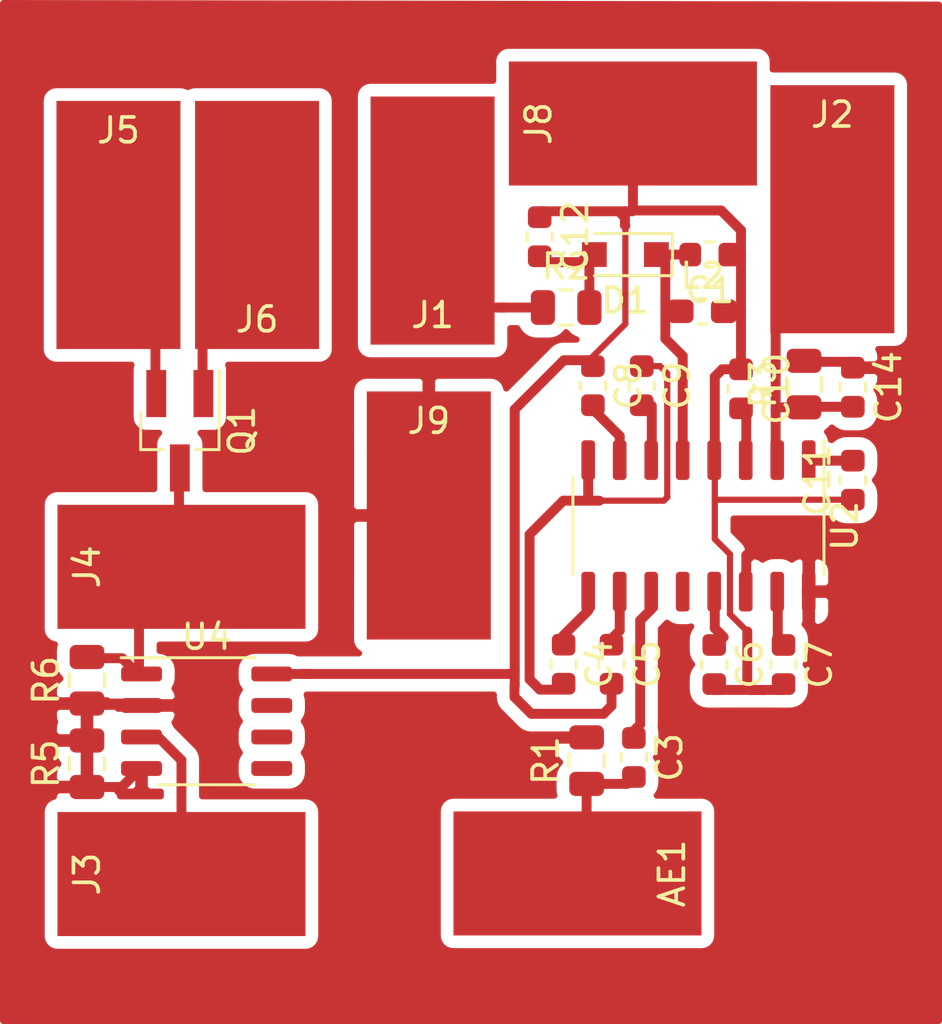
<source format=kicad_pcb>
(kicad_pcb (version 20171130) (host pcbnew 5.1.6-c6e7f7d~86~ubuntu18.04.1)

  (general
    (thickness 1.6)
    (drawings 0)
    (tracks 149)
    (zones 0)
    (modules 31)
    (nets 22)
  )

  (page A4)
  (layers
    (0 F.Cu signal)
    (31 B.Cu signal)
    (32 B.Adhes user)
    (33 F.Adhes user)
    (34 B.Paste user)
    (35 F.Paste user)
    (36 B.SilkS user)
    (37 F.SilkS user)
    (38 B.Mask user)
    (39 F.Mask user)
    (40 Dwgs.User user)
    (41 Cmts.User user)
    (42 Eco1.User user)
    (43 Eco2.User user)
    (44 Edge.Cuts user)
    (45 Margin user)
    (46 B.CrtYd user)
    (47 F.CrtYd user)
    (48 B.Fab user)
    (49 F.Fab user)
  )

  (setup
    (last_trace_width 0.4)
    (user_trace_width 0.4)
    (trace_clearance 0.2)
    (zone_clearance 0.508)
    (zone_45_only no)
    (trace_min 0.2)
    (via_size 0.8)
    (via_drill 0.4)
    (via_min_size 0.4)
    (via_min_drill 0.3)
    (uvia_size 0.3)
    (uvia_drill 0.1)
    (uvias_allowed no)
    (uvia_min_size 0.2)
    (uvia_min_drill 0.1)
    (edge_width 0.1)
    (segment_width 0.2)
    (pcb_text_width 0.3)
    (pcb_text_size 1.5 1.5)
    (mod_edge_width 0.15)
    (mod_text_size 1 1)
    (mod_text_width 0.15)
    (pad_size 1.524 1.524)
    (pad_drill 0.762)
    (pad_to_mask_clearance 0)
    (aux_axis_origin 0 0)
    (visible_elements FFFFEF7F)
    (pcbplotparams
      (layerselection 0x00000_7fffffff)
      (usegerberextensions false)
      (usegerberattributes true)
      (usegerberadvancedattributes true)
      (creategerberjobfile true)
      (excludeedgelayer false)
      (linewidth 0.020000)
      (plotframeref false)
      (viasonmask false)
      (mode 1)
      (useauxorigin false)
      (hpglpennumber 1)
      (hpglpenspeed 20)
      (hpglpendiameter 15.000000)
      (psnegative true)
      (psa4output false)
      (plotreference false)
      (plotvalue false)
      (plotinvisibletext false)
      (padsonsilk true)
      (subtractmaskfromsilk false)
      (outputformat 5)
      (mirror false)
      (drillshape 0)
      (scaleselection 1)
      (outputdirectory ""))
  )

  (net 0 "")
  (net 1 "Net-(AE1-Pad1)")
  (net 2 "Net-(C3-Pad1)")
  (net 3 "Net-(C4-Pad2)")
  (net 4 "Net-(C4-Pad1)")
  (net 5 +3V3)
  (net 6 "Net-(C5-Pad1)")
  (net 7 "Net-(C6-Pad1)")
  (net 8 "Net-(C7-Pad1)")
  (net 9 "Net-(C8-Pad2)")
  (net 10 "Net-(C9-Pad2)")
  (net 11 "Net-(C10-Pad2)")
  (net 12 "Net-(C11-Pad2)")
  (net 13 "Net-(C12-Pad2)")
  (net 14 GND)
  (net 15 "Net-(C14-Pad2)")
  (net 16 "Net-(J1-Pad1)")
  (net 17 "Net-(J3-Pad1)")
  (net 18 "Net-(J5-Pad1)")
  (net 19 "Net-(J6-Pad1)")
  (net 20 "Net-(J4-Pad1)")
  (net 21 "Net-(C1-Pad2)")

  (net_class Default "This is the default net class."
    (clearance 0.2)
    (trace_width 0.25)
    (via_dia 0.8)
    (via_drill 0.4)
    (uvia_dia 0.3)
    (uvia_drill 0.1)
    (add_net +3V3)
    (add_net GND)
    (add_net "Net-(AE1-Pad1)")
    (add_net "Net-(C1-Pad2)")
    (add_net "Net-(C10-Pad2)")
    (add_net "Net-(C11-Pad2)")
    (add_net "Net-(C12-Pad2)")
    (add_net "Net-(C14-Pad2)")
    (add_net "Net-(C3-Pad1)")
    (add_net "Net-(C4-Pad1)")
    (add_net "Net-(C4-Pad2)")
    (add_net "Net-(C5-Pad1)")
    (add_net "Net-(C6-Pad1)")
    (add_net "Net-(C7-Pad1)")
    (add_net "Net-(C8-Pad2)")
    (add_net "Net-(C9-Pad2)")
    (add_net "Net-(J1-Pad1)")
    (add_net "Net-(J3-Pad1)")
    (add_net "Net-(J4-Pad1)")
    (add_net "Net-(J5-Pad1)")
    (add_net "Net-(J6-Pad1)")
  )

  (module Capacitor_SMD:C_0603_1608Metric (layer F.Cu) (tedit 5B301BBE) (tstamp 5F091F3A)
    (at 270.1036 27.5336 180)
    (descr "Capacitor SMD 0603 (1608 Metric), square (rectangular) end terminal, IPC_7351 nominal, (Body size source: http://www.tortai-tech.com/upload/download/2011102023233369053.pdf), generated with kicad-footprint-generator")
    (tags capacitor)
    (path /5F097CC3)
    (attr smd)
    (fp_text reference C1 (at 0 -1.43) (layer F.SilkS)
      (effects (font (size 1 1) (thickness 0.15)))
    )
    (fp_text value 100pF (at 0 1.43) (layer F.Fab)
      (effects (font (size 1 1) (thickness 0.15)))
    )
    (fp_text user %R (at 0 0) (layer F.Fab)
      (effects (font (size 0.4 0.4) (thickness 0.06)))
    )
    (fp_line (start -0.8 0.4) (end -0.8 -0.4) (layer F.Fab) (width 0.1))
    (fp_line (start -0.8 -0.4) (end 0.8 -0.4) (layer F.Fab) (width 0.1))
    (fp_line (start 0.8 -0.4) (end 0.8 0.4) (layer F.Fab) (width 0.1))
    (fp_line (start 0.8 0.4) (end -0.8 0.4) (layer F.Fab) (width 0.1))
    (fp_line (start -0.162779 -0.51) (end 0.162779 -0.51) (layer F.SilkS) (width 0.12))
    (fp_line (start -0.162779 0.51) (end 0.162779 0.51) (layer F.SilkS) (width 0.12))
    (fp_line (start -1.48 0.73) (end -1.48 -0.73) (layer F.CrtYd) (width 0.05))
    (fp_line (start -1.48 -0.73) (end 1.48 -0.73) (layer F.CrtYd) (width 0.05))
    (fp_line (start 1.48 -0.73) (end 1.48 0.73) (layer F.CrtYd) (width 0.05))
    (fp_line (start 1.48 0.73) (end -1.48 0.73) (layer F.CrtYd) (width 0.05))
    (pad 2 smd roundrect (at 0.7875 0 180) (size 0.875 0.95) (layers F.Cu F.Paste F.Mask) (roundrect_rratio 0.25)
      (net 21 "Net-(C1-Pad2)"))
    (pad 1 smd roundrect (at -0.7875 0 180) (size 0.875 0.95) (layers F.Cu F.Paste F.Mask) (roundrect_rratio 0.25)
      (net 5 +3V3))
    (model ${KISYS3DMOD}/Capacitor_SMD.3dshapes/C_0603_1608Metric.wrl
      (at (xyz 0 0 0))
      (scale (xyz 1 1 1))
      (rotate (xyz 0 0 0))
    )
  )

  (module Inductor_SMD:L_0603_1608Metric_Pad1.05x0.95mm_HandSolder (layer F.Cu) (tedit 5B301BBE) (tstamp 5EF5FD97)
    (at 269.7988 29.8196)
    (descr "Capacitor SMD 0603 (1608 Metric), square (rectangular) end terminal, IPC_7351 nominal with elongated pad for handsoldering. (Body size source: http://www.tortai-tech.com/upload/download/2011102023233369053.pdf), generated with kicad-footprint-generator")
    (tags "inductor handsolder")
    (path /5EF7DDD4)
    (attr smd)
    (fp_text reference L2 (at 0 -1.43) (layer F.SilkS)
      (effects (font (size 1 1) (thickness 0.15)))
    )
    (fp_text value 47nH (at 0 1.43) (layer F.Fab)
      (effects (font (size 1 1) (thickness 0.15)))
    )
    (fp_text user %R (at 0 0) (layer F.Fab)
      (effects (font (size 0.4 0.4) (thickness 0.06)))
    )
    (fp_line (start -0.8 0.4) (end -0.8 -0.4) (layer F.Fab) (width 0.1))
    (fp_line (start -0.8 -0.4) (end 0.8 -0.4) (layer F.Fab) (width 0.1))
    (fp_line (start 0.8 -0.4) (end 0.8 0.4) (layer F.Fab) (width 0.1))
    (fp_line (start 0.8 0.4) (end -0.8 0.4) (layer F.Fab) (width 0.1))
    (fp_line (start -0.171267 -0.51) (end 0.171267 -0.51) (layer F.SilkS) (width 0.12))
    (fp_line (start -0.171267 0.51) (end 0.171267 0.51) (layer F.SilkS) (width 0.12))
    (fp_line (start -1.65 0.73) (end -1.65 -0.73) (layer F.CrtYd) (width 0.05))
    (fp_line (start -1.65 -0.73) (end 1.65 -0.73) (layer F.CrtYd) (width 0.05))
    (fp_line (start 1.65 -0.73) (end 1.65 0.73) (layer F.CrtYd) (width 0.05))
    (fp_line (start 1.65 0.73) (end -1.65 0.73) (layer F.CrtYd) (width 0.05))
    (pad 2 smd roundrect (at 0.875 0) (size 1.05 0.95) (layers F.Cu F.Paste F.Mask) (roundrect_rratio 0.25)
      (net 5 +3V3))
    (pad 1 smd roundrect (at -0.875 0) (size 1.05 0.95) (layers F.Cu F.Paste F.Mask) (roundrect_rratio 0.25)
      (net 21 "Net-(C1-Pad2)"))
    (model ${KISYS3DMOD}/Inductor_SMD.3dshapes/L_0603_1608Metric.wrl
      (at (xyz 0 0 0))
      (scale (xyz 1 1 1))
      (rotate (xyz 0 0 0))
    )
  )

  (module Diode_SMD:D_SOD-323_HandSoldering (layer F.Cu) (tedit 58641869) (tstamp 5EF35B94)
    (at 266.7 27.5336 180)
    (descr SOD-323)
    (tags SOD-323)
    (path /5F57173D)
    (attr smd)
    (fp_text reference D1 (at 0 -1.85) (layer F.SilkS)
      (effects (font (size 1 1) (thickness 0.15)))
    )
    (fp_text value BB910 (at 0.1 1.9) (layer F.Fab)
      (effects (font (size 1 1) (thickness 0.15)))
    )
    (fp_text user %R (at 0 -1.85) (layer F.Fab)
      (effects (font (size 1 1) (thickness 0.15)))
    )
    (fp_line (start -1.9 -0.85) (end -1.9 0.85) (layer F.SilkS) (width 0.12))
    (fp_line (start 0.2 0) (end 0.45 0) (layer F.Fab) (width 0.1))
    (fp_line (start 0.2 0.35) (end -0.3 0) (layer F.Fab) (width 0.1))
    (fp_line (start 0.2 -0.35) (end 0.2 0.35) (layer F.Fab) (width 0.1))
    (fp_line (start -0.3 0) (end 0.2 -0.35) (layer F.Fab) (width 0.1))
    (fp_line (start -0.3 0) (end -0.5 0) (layer F.Fab) (width 0.1))
    (fp_line (start -0.3 -0.35) (end -0.3 0.35) (layer F.Fab) (width 0.1))
    (fp_line (start -0.9 0.7) (end -0.9 -0.7) (layer F.Fab) (width 0.1))
    (fp_line (start 0.9 0.7) (end -0.9 0.7) (layer F.Fab) (width 0.1))
    (fp_line (start 0.9 -0.7) (end 0.9 0.7) (layer F.Fab) (width 0.1))
    (fp_line (start -0.9 -0.7) (end 0.9 -0.7) (layer F.Fab) (width 0.1))
    (fp_line (start -2 -0.95) (end 2 -0.95) (layer F.CrtYd) (width 0.05))
    (fp_line (start 2 -0.95) (end 2 0.95) (layer F.CrtYd) (width 0.05))
    (fp_line (start -2 0.95) (end 2 0.95) (layer F.CrtYd) (width 0.05))
    (fp_line (start -2 -0.95) (end -2 0.95) (layer F.CrtYd) (width 0.05))
    (fp_line (start -1.9 0.85) (end 1.25 0.85) (layer F.SilkS) (width 0.12))
    (fp_line (start -1.9 -0.85) (end 1.25 -0.85) (layer F.SilkS) (width 0.12))
    (pad 2 smd rect (at 1.25 0 180) (size 1 1) (layers F.Cu F.Paste F.Mask)
      (net 13 "Net-(C12-Pad2)"))
    (pad 1 smd rect (at -1.25 0 180) (size 1 1) (layers F.Cu F.Paste F.Mask)
      (net 21 "Net-(C1-Pad2)"))
    (model ${KISYS3DMOD}/Diode_SMD.3dshapes/D_SOD-323.wrl
      (at (xyz 0 0 0))
      (scale (xyz 1 1 1))
      (rotate (xyz 0 0 0))
    )
  )

  (module Capacitor_SMD:C_0603_1608Metric (layer F.Cu) (tedit 5B301BBE) (tstamp 5EF35B7C)
    (at 275.8694 32.8803 270)
    (descr "Capacitor SMD 0603 (1608 Metric), square (rectangular) end terminal, IPC_7351 nominal, (Body size source: http://www.tortai-tech.com/upload/download/2011102023233369053.pdf), generated with kicad-footprint-generator")
    (tags capacitor)
    (path /5F574872)
    (attr smd)
    (fp_text reference C14 (at 0 -1.43 90) (layer F.SilkS)
      (effects (font (size 1 1) (thickness 0.15)))
    )
    (fp_text value 1.8nF (at 0 1.43 90) (layer F.Fab)
      (effects (font (size 1 1) (thickness 0.15)))
    )
    (fp_text user %R (at 0 0 90) (layer F.Fab)
      (effects (font (size 0.4 0.4) (thickness 0.06)))
    )
    (fp_line (start -0.8 0.4) (end -0.8 -0.4) (layer F.Fab) (width 0.1))
    (fp_line (start -0.8 -0.4) (end 0.8 -0.4) (layer F.Fab) (width 0.1))
    (fp_line (start 0.8 -0.4) (end 0.8 0.4) (layer F.Fab) (width 0.1))
    (fp_line (start 0.8 0.4) (end -0.8 0.4) (layer F.Fab) (width 0.1))
    (fp_line (start -0.162779 -0.51) (end 0.162779 -0.51) (layer F.SilkS) (width 0.12))
    (fp_line (start -0.162779 0.51) (end 0.162779 0.51) (layer F.SilkS) (width 0.12))
    (fp_line (start -1.48 0.73) (end -1.48 -0.73) (layer F.CrtYd) (width 0.05))
    (fp_line (start -1.48 -0.73) (end 1.48 -0.73) (layer F.CrtYd) (width 0.05))
    (fp_line (start 1.48 -0.73) (end 1.48 0.73) (layer F.CrtYd) (width 0.05))
    (fp_line (start 1.48 0.73) (end -1.48 0.73) (layer F.CrtYd) (width 0.05))
    (pad 2 smd roundrect (at 0.7875 0 270) (size 0.875 0.95) (layers F.Cu F.Paste F.Mask) (roundrect_rratio 0.25)
      (net 15 "Net-(C14-Pad2)"))
    (pad 1 smd roundrect (at -0.7875 0 270) (size 0.875 0.95) (layers F.Cu F.Paste F.Mask) (roundrect_rratio 0.25)
      (net 14 GND))
    (model ${KISYS3DMOD}/Capacitor_SMD.3dshapes/C_0603_1608Metric.wrl
      (at (xyz 0 0 0))
      (scale (xyz 1 1 1))
      (rotate (xyz 0 0 0))
    )
  )

  (module Capacitor_SMD:C_0603_1608Metric (layer F.Cu) (tedit 5B301BBE) (tstamp 5EF35B6B)
    (at 263.2456 26.8134 270)
    (descr "Capacitor SMD 0603 (1608 Metric), square (rectangular) end terminal, IPC_7351 nominal, (Body size source: http://www.tortai-tech.com/upload/download/2011102023233369053.pdf), generated with kicad-footprint-generator")
    (tags capacitor)
    (path /5F565E1D)
    (attr smd)
    (fp_text reference C12 (at 0 -1.43 90) (layer F.SilkS)
      (effects (font (size 1 1) (thickness 0.15)))
    )
    (fp_text value 330pF (at 0 1.43 90) (layer F.Fab)
      (effects (font (size 1 1) (thickness 0.15)))
    )
    (fp_text user %R (at 0 0 90) (layer F.Fab)
      (effects (font (size 0.4 0.4) (thickness 0.06)))
    )
    (fp_line (start -0.8 0.4) (end -0.8 -0.4) (layer F.Fab) (width 0.1))
    (fp_line (start -0.8 -0.4) (end 0.8 -0.4) (layer F.Fab) (width 0.1))
    (fp_line (start 0.8 -0.4) (end 0.8 0.4) (layer F.Fab) (width 0.1))
    (fp_line (start 0.8 0.4) (end -0.8 0.4) (layer F.Fab) (width 0.1))
    (fp_line (start -0.162779 -0.51) (end 0.162779 -0.51) (layer F.SilkS) (width 0.12))
    (fp_line (start -0.162779 0.51) (end 0.162779 0.51) (layer F.SilkS) (width 0.12))
    (fp_line (start -1.48 0.73) (end -1.48 -0.73) (layer F.CrtYd) (width 0.05))
    (fp_line (start -1.48 -0.73) (end 1.48 -0.73) (layer F.CrtYd) (width 0.05))
    (fp_line (start 1.48 -0.73) (end 1.48 0.73) (layer F.CrtYd) (width 0.05))
    (fp_line (start 1.48 0.73) (end -1.48 0.73) (layer F.CrtYd) (width 0.05))
    (pad 2 smd roundrect (at 0.7875 0 270) (size 0.875 0.95) (layers F.Cu F.Paste F.Mask) (roundrect_rratio 0.25)
      (net 13 "Net-(C12-Pad2)"))
    (pad 1 smd roundrect (at -0.7875 0 270) (size 0.875 0.95) (layers F.Cu F.Paste F.Mask) (roundrect_rratio 0.25)
      (net 5 +3V3))
    (model ${KISYS3DMOD}/Capacitor_SMD.3dshapes/C_0603_1608Metric.wrl
      (at (xyz 0 0 0))
      (scale (xyz 1 1 1))
      (rotate (xyz 0 0 0))
    )
  )

  (module Capacitor_SMD:C_0603_1608Metric (layer F.Cu) (tedit 5B301BBE) (tstamp 5EF35B5A)
    (at 275.8694 36.6268 90)
    (descr "Capacitor SMD 0603 (1608 Metric), square (rectangular) end terminal, IPC_7351 nominal, (Body size source: http://www.tortai-tech.com/upload/download/2011102023233369053.pdf), generated with kicad-footprint-generator")
    (tags capacitor)
    (path /5F57425E)
    (attr smd)
    (fp_text reference C11 (at 0 -1.43 90) (layer F.SilkS)
      (effects (font (size 1 1) (thickness 0.15)))
    )
    (fp_text value 0.1uF (at 0 1.43 90) (layer F.Fab)
      (effects (font (size 1 1) (thickness 0.15)))
    )
    (fp_text user %R (at 0 0 90) (layer F.Fab)
      (effects (font (size 0.4 0.4) (thickness 0.06)))
    )
    (fp_line (start -0.8 0.4) (end -0.8 -0.4) (layer F.Fab) (width 0.1))
    (fp_line (start -0.8 -0.4) (end 0.8 -0.4) (layer F.Fab) (width 0.1))
    (fp_line (start 0.8 -0.4) (end 0.8 0.4) (layer F.Fab) (width 0.1))
    (fp_line (start 0.8 0.4) (end -0.8 0.4) (layer F.Fab) (width 0.1))
    (fp_line (start -0.162779 -0.51) (end 0.162779 -0.51) (layer F.SilkS) (width 0.12))
    (fp_line (start -0.162779 0.51) (end 0.162779 0.51) (layer F.SilkS) (width 0.12))
    (fp_line (start -1.48 0.73) (end -1.48 -0.73) (layer F.CrtYd) (width 0.05))
    (fp_line (start -1.48 -0.73) (end 1.48 -0.73) (layer F.CrtYd) (width 0.05))
    (fp_line (start 1.48 -0.73) (end 1.48 0.73) (layer F.CrtYd) (width 0.05))
    (fp_line (start 1.48 0.73) (end -1.48 0.73) (layer F.CrtYd) (width 0.05))
    (pad 2 smd roundrect (at 0.7875 0 90) (size 0.875 0.95) (layers F.Cu F.Paste F.Mask) (roundrect_rratio 0.25)
      (net 12 "Net-(C11-Pad2)"))
    (pad 1 smd roundrect (at -0.7875 0 90) (size 0.875 0.95) (layers F.Cu F.Paste F.Mask) (roundrect_rratio 0.25)
      (net 5 +3V3))
    (model ${KISYS3DMOD}/Capacitor_SMD.3dshapes/C_0603_1608Metric.wrl
      (at (xyz 0 0 0))
      (scale (xyz 1 1 1))
      (rotate (xyz 0 0 0))
    )
  )

  (module Capacitor_SMD:C_0603_1608Metric (layer F.Cu) (tedit 5B301BBE) (tstamp 5EF35B49)
    (at 271.3609 32.9438 270)
    (descr "Capacitor SMD 0603 (1608 Metric), square (rectangular) end terminal, IPC_7351 nominal, (Body size source: http://www.tortai-tech.com/upload/download/2011102023233369053.pdf), generated with kicad-footprint-generator")
    (tags capacitor)
    (path /5F5739BD)
    (attr smd)
    (fp_text reference C10 (at 0 -1.43 90) (layer F.SilkS)
      (effects (font (size 1 1) (thickness 0.15)))
    )
    (fp_text value 22nF (at 0 1.43 90) (layer F.Fab)
      (effects (font (size 1 1) (thickness 0.15)))
    )
    (fp_text user %R (at 0 0 90) (layer F.Fab)
      (effects (font (size 0.4 0.4) (thickness 0.06)))
    )
    (fp_line (start -0.8 0.4) (end -0.8 -0.4) (layer F.Fab) (width 0.1))
    (fp_line (start -0.8 -0.4) (end 0.8 -0.4) (layer F.Fab) (width 0.1))
    (fp_line (start 0.8 -0.4) (end 0.8 0.4) (layer F.Fab) (width 0.1))
    (fp_line (start 0.8 0.4) (end -0.8 0.4) (layer F.Fab) (width 0.1))
    (fp_line (start -0.162779 -0.51) (end 0.162779 -0.51) (layer F.SilkS) (width 0.12))
    (fp_line (start -0.162779 0.51) (end 0.162779 0.51) (layer F.SilkS) (width 0.12))
    (fp_line (start -1.48 0.73) (end -1.48 -0.73) (layer F.CrtYd) (width 0.05))
    (fp_line (start -1.48 -0.73) (end 1.48 -0.73) (layer F.CrtYd) (width 0.05))
    (fp_line (start 1.48 -0.73) (end 1.48 0.73) (layer F.CrtYd) (width 0.05))
    (fp_line (start 1.48 0.73) (end -1.48 0.73) (layer F.CrtYd) (width 0.05))
    (pad 2 smd roundrect (at 0.7875 0 270) (size 0.875 0.95) (layers F.Cu F.Paste F.Mask) (roundrect_rratio 0.25)
      (net 11 "Net-(C10-Pad2)"))
    (pad 1 smd roundrect (at -0.7875 0 270) (size 0.875 0.95) (layers F.Cu F.Paste F.Mask) (roundrect_rratio 0.25)
      (net 5 +3V3))
    (model ${KISYS3DMOD}/Capacitor_SMD.3dshapes/C_0603_1608Metric.wrl
      (at (xyz 0 0 0))
      (scale (xyz 1 1 1))
      (rotate (xyz 0 0 0))
    )
  )

  (module Capacitor_SMD:C_0603_1608Metric (layer F.Cu) (tedit 5B301BBE) (tstamp 5EF35B38)
    (at 267.3604 32.8168 270)
    (descr "Capacitor SMD 0603 (1608 Metric), square (rectangular) end terminal, IPC_7351 nominal, (Body size source: http://www.tortai-tech.com/upload/download/2011102023233369053.pdf), generated with kicad-footprint-generator")
    (tags capacitor)
    (path /5F4710EC)
    (attr smd)
    (fp_text reference C9 (at 0 -1.43 90) (layer F.SilkS)
      (effects (font (size 1 1) (thickness 0.15)))
    )
    (fp_text value 3.3nF (at 0 1.43 90) (layer F.Fab)
      (effects (font (size 1 1) (thickness 0.15)))
    )
    (fp_text user %R (at 0 0 90) (layer F.Fab)
      (effects (font (size 0.4 0.4) (thickness 0.06)))
    )
    (fp_line (start -0.8 0.4) (end -0.8 -0.4) (layer F.Fab) (width 0.1))
    (fp_line (start -0.8 -0.4) (end 0.8 -0.4) (layer F.Fab) (width 0.1))
    (fp_line (start 0.8 -0.4) (end 0.8 0.4) (layer F.Fab) (width 0.1))
    (fp_line (start 0.8 0.4) (end -0.8 0.4) (layer F.Fab) (width 0.1))
    (fp_line (start -0.162779 -0.51) (end 0.162779 -0.51) (layer F.SilkS) (width 0.12))
    (fp_line (start -0.162779 0.51) (end 0.162779 0.51) (layer F.SilkS) (width 0.12))
    (fp_line (start -1.48 0.73) (end -1.48 -0.73) (layer F.CrtYd) (width 0.05))
    (fp_line (start -1.48 -0.73) (end 1.48 -0.73) (layer F.CrtYd) (width 0.05))
    (fp_line (start 1.48 -0.73) (end 1.48 0.73) (layer F.CrtYd) (width 0.05))
    (fp_line (start 1.48 0.73) (end -1.48 0.73) (layer F.CrtYd) (width 0.05))
    (pad 2 smd roundrect (at 0.7875 0 270) (size 0.875 0.95) (layers F.Cu F.Paste F.Mask) (roundrect_rratio 0.25)
      (net 10 "Net-(C9-Pad2)"))
    (pad 1 smd roundrect (at -0.7875 0 270) (size 0.875 0.95) (layers F.Cu F.Paste F.Mask) (roundrect_rratio 0.25)
      (net 3 "Net-(C4-Pad2)"))
    (model ${KISYS3DMOD}/Capacitor_SMD.3dshapes/C_0603_1608Metric.wrl
      (at (xyz 0 0 0))
      (scale (xyz 1 1 1))
      (rotate (xyz 0 0 0))
    )
  )

  (module Capacitor_SMD:C_0603_1608Metric (layer F.Cu) (tedit 5B301BBE) (tstamp 5EF35B27)
    (at 265.3919 32.8168 270)
    (descr "Capacitor SMD 0603 (1608 Metric), square (rectangular) end terminal, IPC_7351 nominal, (Body size source: http://www.tortai-tech.com/upload/download/2011102023233369053.pdf), generated with kicad-footprint-generator")
    (tags capacitor)
    (path /5F470B72)
    (attr smd)
    (fp_text reference C8 (at 0 -1.43 90) (layer F.SilkS)
      (effects (font (size 1 1) (thickness 0.15)))
    )
    (fp_text value 180pF (at 0 1.43 90) (layer F.Fab)
      (effects (font (size 1 1) (thickness 0.15)))
    )
    (fp_text user %R (at 0 0 90) (layer F.Fab)
      (effects (font (size 0.4 0.4) (thickness 0.06)))
    )
    (fp_line (start -0.8 0.4) (end -0.8 -0.4) (layer F.Fab) (width 0.1))
    (fp_line (start -0.8 -0.4) (end 0.8 -0.4) (layer F.Fab) (width 0.1))
    (fp_line (start 0.8 -0.4) (end 0.8 0.4) (layer F.Fab) (width 0.1))
    (fp_line (start 0.8 0.4) (end -0.8 0.4) (layer F.Fab) (width 0.1))
    (fp_line (start -0.162779 -0.51) (end 0.162779 -0.51) (layer F.SilkS) (width 0.12))
    (fp_line (start -0.162779 0.51) (end 0.162779 0.51) (layer F.SilkS) (width 0.12))
    (fp_line (start -1.48 0.73) (end -1.48 -0.73) (layer F.CrtYd) (width 0.05))
    (fp_line (start -1.48 -0.73) (end 1.48 -0.73) (layer F.CrtYd) (width 0.05))
    (fp_line (start 1.48 -0.73) (end 1.48 0.73) (layer F.CrtYd) (width 0.05))
    (fp_line (start 1.48 0.73) (end -1.48 0.73) (layer F.CrtYd) (width 0.05))
    (pad 2 smd roundrect (at 0.7875 0 270) (size 0.875 0.95) (layers F.Cu F.Paste F.Mask) (roundrect_rratio 0.25)
      (net 9 "Net-(C8-Pad2)"))
    (pad 1 smd roundrect (at -0.7875 0 270) (size 0.875 0.95) (layers F.Cu F.Paste F.Mask) (roundrect_rratio 0.25)
      (net 5 +3V3))
    (model ${KISYS3DMOD}/Capacitor_SMD.3dshapes/C_0603_1608Metric.wrl
      (at (xyz 0 0 0))
      (scale (xyz 1 1 1))
      (rotate (xyz 0 0 0))
    )
  )

  (module Capacitor_SMD:C_0603_1608Metric (layer F.Cu) (tedit 5B301BBE) (tstamp 5EF35B16)
    (at 273.0754 44.0563 270)
    (descr "Capacitor SMD 0603 (1608 Metric), square (rectangular) end terminal, IPC_7351 nominal, (Body size source: http://www.tortai-tech.com/upload/download/2011102023233369053.pdf), generated with kicad-footprint-generator")
    (tags capacitor)
    (path /5F443A8D)
    (attr smd)
    (fp_text reference C7 (at 0 -1.43 90) (layer F.SilkS)
      (effects (font (size 1 1) (thickness 0.15)))
    )
    (fp_text value 470pF (at 0 1.43 90) (layer F.Fab)
      (effects (font (size 1 1) (thickness 0.15)))
    )
    (fp_text user %R (at 0 0 90) (layer F.Fab)
      (effects (font (size 0.4 0.4) (thickness 0.06)))
    )
    (fp_line (start -0.8 0.4) (end -0.8 -0.4) (layer F.Fab) (width 0.1))
    (fp_line (start -0.8 -0.4) (end 0.8 -0.4) (layer F.Fab) (width 0.1))
    (fp_line (start 0.8 -0.4) (end 0.8 0.4) (layer F.Fab) (width 0.1))
    (fp_line (start 0.8 0.4) (end -0.8 0.4) (layer F.Fab) (width 0.1))
    (fp_line (start -0.162779 -0.51) (end 0.162779 -0.51) (layer F.SilkS) (width 0.12))
    (fp_line (start -0.162779 0.51) (end 0.162779 0.51) (layer F.SilkS) (width 0.12))
    (fp_line (start -1.48 0.73) (end -1.48 -0.73) (layer F.CrtYd) (width 0.05))
    (fp_line (start -1.48 -0.73) (end 1.48 -0.73) (layer F.CrtYd) (width 0.05))
    (fp_line (start 1.48 -0.73) (end 1.48 0.73) (layer F.CrtYd) (width 0.05))
    (fp_line (start 1.48 0.73) (end -1.48 0.73) (layer F.CrtYd) (width 0.05))
    (pad 2 smd roundrect (at 0.7875 0 270) (size 0.875 0.95) (layers F.Cu F.Paste F.Mask) (roundrect_rratio 0.25)
      (net 5 +3V3))
    (pad 1 smd roundrect (at -0.7875 0 270) (size 0.875 0.95) (layers F.Cu F.Paste F.Mask) (roundrect_rratio 0.25)
      (net 8 "Net-(C7-Pad1)"))
    (model ${KISYS3DMOD}/Capacitor_SMD.3dshapes/C_0603_1608Metric.wrl
      (at (xyz 0 0 0))
      (scale (xyz 1 1 1))
      (rotate (xyz 0 0 0))
    )
  )

  (module Capacitor_SMD:C_0603_1608Metric (layer F.Cu) (tedit 5B301BBE) (tstamp 5EF35B05)
    (at 270.2814 44.0563 270)
    (descr "Capacitor SMD 0603 (1608 Metric), square (rectangular) end terminal, IPC_7351 nominal, (Body size source: http://www.tortai-tech.com/upload/download/2011102023233369053.pdf), generated with kicad-footprint-generator")
    (tags capacitor)
    (path /5F419964)
    (attr smd)
    (fp_text reference C6 (at 0 -1.43 90) (layer F.SilkS)
      (effects (font (size 1 1) (thickness 0.15)))
    )
    (fp_text value 0.1uF (at 0 1.43 90) (layer F.Fab)
      (effects (font (size 1 1) (thickness 0.15)))
    )
    (fp_text user %R (at 0 0 90) (layer F.Fab)
      (effects (font (size 0.4 0.4) (thickness 0.06)))
    )
    (fp_line (start -0.8 0.4) (end -0.8 -0.4) (layer F.Fab) (width 0.1))
    (fp_line (start -0.8 -0.4) (end 0.8 -0.4) (layer F.Fab) (width 0.1))
    (fp_line (start 0.8 -0.4) (end 0.8 0.4) (layer F.Fab) (width 0.1))
    (fp_line (start 0.8 0.4) (end -0.8 0.4) (layer F.Fab) (width 0.1))
    (fp_line (start -0.162779 -0.51) (end 0.162779 -0.51) (layer F.SilkS) (width 0.12))
    (fp_line (start -0.162779 0.51) (end 0.162779 0.51) (layer F.SilkS) (width 0.12))
    (fp_line (start -1.48 0.73) (end -1.48 -0.73) (layer F.CrtYd) (width 0.05))
    (fp_line (start -1.48 -0.73) (end 1.48 -0.73) (layer F.CrtYd) (width 0.05))
    (fp_line (start 1.48 -0.73) (end 1.48 0.73) (layer F.CrtYd) (width 0.05))
    (fp_line (start 1.48 0.73) (end -1.48 0.73) (layer F.CrtYd) (width 0.05))
    (pad 2 smd roundrect (at 0.7875 0 270) (size 0.875 0.95) (layers F.Cu F.Paste F.Mask) (roundrect_rratio 0.25)
      (net 5 +3V3))
    (pad 1 smd roundrect (at -0.7875 0 270) (size 0.875 0.95) (layers F.Cu F.Paste F.Mask) (roundrect_rratio 0.25)
      (net 7 "Net-(C6-Pad1)"))
    (model ${KISYS3DMOD}/Capacitor_SMD.3dshapes/C_0603_1608Metric.wrl
      (at (xyz 0 0 0))
      (scale (xyz 1 1 1))
      (rotate (xyz 0 0 0))
    )
  )

  (module Capacitor_SMD:C_0603_1608Metric (layer F.Cu) (tedit 5B301BBE) (tstamp 5EF35AF4)
    (at 266.1412 44.0436 270)
    (descr "Capacitor SMD 0603 (1608 Metric), square (rectangular) end terminal, IPC_7351 nominal, (Body size source: http://www.tortai-tech.com/upload/download/2011102023233369053.pdf), generated with kicad-footprint-generator")
    (tags capacitor)
    (path /5F3270C0)
    (attr smd)
    (fp_text reference C5 (at 0 -1.43 90) (layer F.SilkS)
      (effects (font (size 1 1) (thickness 0.15)))
    )
    (fp_text value 330pF (at 0 1.43 90) (layer F.Fab)
      (effects (font (size 1 1) (thickness 0.15)))
    )
    (fp_text user %R (at 0 0 90) (layer F.Fab)
      (effects (font (size 0.4 0.4) (thickness 0.06)))
    )
    (fp_line (start -0.8 0.4) (end -0.8 -0.4) (layer F.Fab) (width 0.1))
    (fp_line (start -0.8 -0.4) (end 0.8 -0.4) (layer F.Fab) (width 0.1))
    (fp_line (start 0.8 -0.4) (end 0.8 0.4) (layer F.Fab) (width 0.1))
    (fp_line (start 0.8 0.4) (end -0.8 0.4) (layer F.Fab) (width 0.1))
    (fp_line (start -0.162779 -0.51) (end 0.162779 -0.51) (layer F.SilkS) (width 0.12))
    (fp_line (start -0.162779 0.51) (end 0.162779 0.51) (layer F.SilkS) (width 0.12))
    (fp_line (start -1.48 0.73) (end -1.48 -0.73) (layer F.CrtYd) (width 0.05))
    (fp_line (start -1.48 -0.73) (end 1.48 -0.73) (layer F.CrtYd) (width 0.05))
    (fp_line (start 1.48 -0.73) (end 1.48 0.73) (layer F.CrtYd) (width 0.05))
    (fp_line (start 1.48 0.73) (end -1.48 0.73) (layer F.CrtYd) (width 0.05))
    (pad 2 smd roundrect (at 0.7875 0 270) (size 0.875 0.95) (layers F.Cu F.Paste F.Mask) (roundrect_rratio 0.25)
      (net 5 +3V3))
    (pad 1 smd roundrect (at -0.7875 0 270) (size 0.875 0.95) (layers F.Cu F.Paste F.Mask) (roundrect_rratio 0.25)
      (net 6 "Net-(C5-Pad1)"))
    (model ${KISYS3DMOD}/Capacitor_SMD.3dshapes/C_0603_1608Metric.wrl
      (at (xyz 0 0 0))
      (scale (xyz 1 1 1))
      (rotate (xyz 0 0 0))
    )
  )

  (module Capacitor_SMD:C_0603_1608Metric (layer F.Cu) (tedit 5B301BBE) (tstamp 5EF35AE3)
    (at 264.2108 44.0436 270)
    (descr "Capacitor SMD 0603 (1608 Metric), square (rectangular) end terminal, IPC_7351 nominal, (Body size source: http://www.tortai-tech.com/upload/download/2011102023233369053.pdf), generated with kicad-footprint-generator")
    (tags capacitor)
    (path /5F3100BD)
    (attr smd)
    (fp_text reference C4 (at 0 -1.43 90) (layer F.SilkS)
      (effects (font (size 1 1) (thickness 0.15)))
    )
    (fp_text value 3.9nF (at 0 1.43 90) (layer F.Fab)
      (effects (font (size 1 1) (thickness 0.15)))
    )
    (fp_text user %R (at 0 0 90) (layer F.Fab)
      (effects (font (size 0.4 0.4) (thickness 0.06)))
    )
    (fp_line (start -0.8 0.4) (end -0.8 -0.4) (layer F.Fab) (width 0.1))
    (fp_line (start -0.8 -0.4) (end 0.8 -0.4) (layer F.Fab) (width 0.1))
    (fp_line (start 0.8 -0.4) (end 0.8 0.4) (layer F.Fab) (width 0.1))
    (fp_line (start 0.8 0.4) (end -0.8 0.4) (layer F.Fab) (width 0.1))
    (fp_line (start -0.162779 -0.51) (end 0.162779 -0.51) (layer F.SilkS) (width 0.12))
    (fp_line (start -0.162779 0.51) (end 0.162779 0.51) (layer F.SilkS) (width 0.12))
    (fp_line (start -1.48 0.73) (end -1.48 -0.73) (layer F.CrtYd) (width 0.05))
    (fp_line (start -1.48 -0.73) (end 1.48 -0.73) (layer F.CrtYd) (width 0.05))
    (fp_line (start 1.48 -0.73) (end 1.48 0.73) (layer F.CrtYd) (width 0.05))
    (fp_line (start 1.48 0.73) (end -1.48 0.73) (layer F.CrtYd) (width 0.05))
    (pad 2 smd roundrect (at 0.7875 0 270) (size 0.875 0.95) (layers F.Cu F.Paste F.Mask) (roundrect_rratio 0.25)
      (net 3 "Net-(C4-Pad2)"))
    (pad 1 smd roundrect (at -0.7875 0 270) (size 0.875 0.95) (layers F.Cu F.Paste F.Mask) (roundrect_rratio 0.25)
      (net 4 "Net-(C4-Pad1)"))
    (model ${KISYS3DMOD}/Capacitor_SMD.3dshapes/C_0603_1608Metric.wrl
      (at (xyz 0 0 0))
      (scale (xyz 1 1 1))
      (rotate (xyz 0 0 0))
    )
  )

  (module Capacitor_SMD:C_0603_1608Metric (layer F.Cu) (tedit 5B301BBE) (tstamp 5EF35AD2)
    (at 267.0429 47.8028 270)
    (descr "Capacitor SMD 0603 (1608 Metric), square (rectangular) end terminal, IPC_7351 nominal, (Body size source: http://www.tortai-tech.com/upload/download/2011102023233369053.pdf), generated with kicad-footprint-generator")
    (tags capacitor)
    (path /5F3280D9)
    (attr smd)
    (fp_text reference C3 (at 0 -1.43 90) (layer F.SilkS)
      (effects (font (size 1 1) (thickness 0.15)))
    )
    (fp_text value 68pF (at 0 1.43 90) (layer F.Fab)
      (effects (font (size 1 1) (thickness 0.15)))
    )
    (fp_text user %R (at 0 0 90) (layer F.Fab)
      (effects (font (size 0.4 0.4) (thickness 0.06)))
    )
    (fp_line (start -0.8 0.4) (end -0.8 -0.4) (layer F.Fab) (width 0.1))
    (fp_line (start -0.8 -0.4) (end 0.8 -0.4) (layer F.Fab) (width 0.1))
    (fp_line (start 0.8 -0.4) (end 0.8 0.4) (layer F.Fab) (width 0.1))
    (fp_line (start 0.8 0.4) (end -0.8 0.4) (layer F.Fab) (width 0.1))
    (fp_line (start -0.162779 -0.51) (end 0.162779 -0.51) (layer F.SilkS) (width 0.12))
    (fp_line (start -0.162779 0.51) (end 0.162779 0.51) (layer F.SilkS) (width 0.12))
    (fp_line (start -1.48 0.73) (end -1.48 -0.73) (layer F.CrtYd) (width 0.05))
    (fp_line (start -1.48 -0.73) (end 1.48 -0.73) (layer F.CrtYd) (width 0.05))
    (fp_line (start 1.48 -0.73) (end 1.48 0.73) (layer F.CrtYd) (width 0.05))
    (fp_line (start 1.48 0.73) (end -1.48 0.73) (layer F.CrtYd) (width 0.05))
    (pad 2 smd roundrect (at 0.7875 0 270) (size 0.875 0.95) (layers F.Cu F.Paste F.Mask) (roundrect_rratio 0.25)
      (net 1 "Net-(AE1-Pad1)"))
    (pad 1 smd roundrect (at -0.7875 0 270) (size 0.875 0.95) (layers F.Cu F.Paste F.Mask) (roundrect_rratio 0.25)
      (net 2 "Net-(C3-Pad1)"))
    (model ${KISYS3DMOD}/Capacitor_SMD.3dshapes/C_0603_1608Metric.wrl
      (at (xyz 0 0 0))
      (scale (xyz 1 1 1))
      (rotate (xyz 0 0 0))
    )
  )

  (module Connector_Wire:SolderWirePad_1x01_SMD_5x10mm (layer F.Cu) (tedit 5640A485) (tstamp 5EFB5F63)
    (at 267.0048 22.2504 90)
    (descr "Wire Pad, Square, SMD Pad,  5mm x 10mm,")
    (tags "MesurementPoint Square SMDPad 5mmx10mm ")
    (path /5F09485B)
    (attr smd virtual)
    (fp_text reference J8 (at 0 -3.81 90) (layer F.SilkS)
      (effects (font (size 1 1) (thickness 0.15)))
    )
    (fp_text value vcc (at 0 6.35 90) (layer F.Fab)
      (effects (font (size 1 1) (thickness 0.15)))
    )
    (fp_line (start -2.75 -5.25) (end -2.75 5.25) (layer F.CrtYd) (width 0.05))
    (fp_line (start -2.75 5.25) (end 2.75 5.25) (layer F.CrtYd) (width 0.05))
    (fp_line (start 2.75 5.25) (end 2.75 -5.25) (layer F.CrtYd) (width 0.05))
    (fp_line (start 2.75 -5.25) (end -2.75 -5.25) (layer F.CrtYd) (width 0.05))
    (fp_text user %R (at 0 0 90) (layer F.Fab)
      (effects (font (size 1 1) (thickness 0.15)))
    )
    (pad 1 smd rect (at 0 0 90) (size 5 10) (layers F.Cu F.Paste F.Mask)
      (net 5 +3V3))
  )

  (module Package_SO:SOP-8_3.9x4.9mm_P1.27mm (layer F.Cu) (tedit 5D85E2CC) (tstamp 5EF5FE88)
    (at 249.8217 46.3423)
    (descr "SOP, 8 Pin (http://www.macronix.com/Lists/Datasheet/Attachments/7534/MX25R3235F,%20Wide%20Range,%2032Mb,%20v1.6.pdf#page=79), generated with kicad-footprint-generator ipc_gullwing_generator.py")
    (tags "SOP SO")
    (path /5EF40BBE)
    (attr smd)
    (fp_text reference U4 (at 0 -3.4) (layer F.SilkS)
      (effects (font (size 1 1) (thickness 0.15)))
    )
    (fp_text value LM358 (at 0 3.4) (layer F.Fab)
      (effects (font (size 1 1) (thickness 0.15)))
    )
    (fp_line (start 0 2.56) (end 1.95 2.56) (layer F.SilkS) (width 0.12))
    (fp_line (start 0 2.56) (end -1.95 2.56) (layer F.SilkS) (width 0.12))
    (fp_line (start 0 -2.56) (end 1.95 -2.56) (layer F.SilkS) (width 0.12))
    (fp_line (start 0 -2.56) (end -3.45 -2.56) (layer F.SilkS) (width 0.12))
    (fp_line (start -0.975 -2.45) (end 1.95 -2.45) (layer F.Fab) (width 0.1))
    (fp_line (start 1.95 -2.45) (end 1.95 2.45) (layer F.Fab) (width 0.1))
    (fp_line (start 1.95 2.45) (end -1.95 2.45) (layer F.Fab) (width 0.1))
    (fp_line (start -1.95 2.45) (end -1.95 -1.475) (layer F.Fab) (width 0.1))
    (fp_line (start -1.95 -1.475) (end -0.975 -2.45) (layer F.Fab) (width 0.1))
    (fp_line (start -3.7 -2.7) (end -3.7 2.7) (layer F.CrtYd) (width 0.05))
    (fp_line (start -3.7 2.7) (end 3.7 2.7) (layer F.CrtYd) (width 0.05))
    (fp_line (start 3.7 2.7) (end 3.7 -2.7) (layer F.CrtYd) (width 0.05))
    (fp_line (start 3.7 -2.7) (end -3.7 -2.7) (layer F.CrtYd) (width 0.05))
    (fp_text user %R (at 0 0) (layer F.Fab)
      (effects (font (size 0.98 0.98) (thickness 0.15)))
    )
    (pad 8 smd roundrect (at 2.625 -1.905) (size 1.65 0.6) (layers F.Cu F.Paste F.Mask) (roundrect_rratio 0.25)
      (net 5 +3V3))
    (pad 7 smd roundrect (at 2.625 -0.635) (size 1.65 0.6) (layers F.Cu F.Paste F.Mask) (roundrect_rratio 0.25))
    (pad 6 smd roundrect (at 2.625 0.635) (size 1.65 0.6) (layers F.Cu F.Paste F.Mask) (roundrect_rratio 0.25))
    (pad 5 smd roundrect (at 2.625 1.905) (size 1.65 0.6) (layers F.Cu F.Paste F.Mask) (roundrect_rratio 0.25))
    (pad 4 smd roundrect (at -2.625 1.905) (size 1.65 0.6) (layers F.Cu F.Paste F.Mask) (roundrect_rratio 0.25)
      (net 14 GND))
    (pad 3 smd roundrect (at -2.625 0.635) (size 1.65 0.6) (layers F.Cu F.Paste F.Mask) (roundrect_rratio 0.25)
      (net 17 "Net-(J3-Pad1)"))
    (pad 2 smd roundrect (at -2.625 -0.635) (size 1.65 0.6) (layers F.Cu F.Paste F.Mask) (roundrect_rratio 0.25)
      (net 14 GND))
    (pad 1 smd roundrect (at -2.625 -1.905) (size 1.65 0.6) (layers F.Cu F.Paste F.Mask) (roundrect_rratio 0.25)
      (net 20 "Net-(J4-Pad1)"))
    (model ${KISYS3DMOD}/Package_SO.3dshapes/SOP-8_3.9x4.9mm_P1.27mm.wrl
      (at (xyz 0 0 0))
      (scale (xyz 1 1 1))
      (rotate (xyz 0 0 0))
    )
  )

  (module Package_SO:STC_SOP-16_3.9x9.9mm_P1.27mm (layer F.Cu) (tedit 5C97D665) (tstamp 5EF5FE6E)
    (at 269.6464 38.4683 270)
    (descr "STC  SOP, 16 Pin (https://www.stcmicro.com/datasheet/STC15F2K60S2-en.pdf#page=156), generated with kicad-footprint-generator ipc_gullwing_generator.py")
    (tags "STC SOP SO")
    (path /5EF3F40E)
    (attr smd)
    (fp_text reference U2 (at 0 -5.9 90) (layer F.SilkS)
      (effects (font (size 1 1) (thickness 0.15)))
    )
    (fp_text value TDA7088 (at 0 5.9 90) (layer F.Fab)
      (effects (font (size 1 1) (thickness 0.15)))
    )
    (fp_line (start 0 5.06) (end 1.95 5.06) (layer F.SilkS) (width 0.12))
    (fp_line (start 0 5.06) (end -1.95 5.06) (layer F.SilkS) (width 0.12))
    (fp_line (start 0 -5.06) (end 1.95 -5.06) (layer F.SilkS) (width 0.12))
    (fp_line (start 0 -5.06) (end -3.45 -5.06) (layer F.SilkS) (width 0.12))
    (fp_line (start -0.975 -4.95) (end 1.95 -4.95) (layer F.Fab) (width 0.1))
    (fp_line (start 1.95 -4.95) (end 1.95 4.95) (layer F.Fab) (width 0.1))
    (fp_line (start 1.95 4.95) (end -1.95 4.95) (layer F.Fab) (width 0.1))
    (fp_line (start -1.95 4.95) (end -1.95 -3.975) (layer F.Fab) (width 0.1))
    (fp_line (start -1.95 -3.975) (end -0.975 -4.95) (layer F.Fab) (width 0.1))
    (fp_line (start -3.7 -5.2) (end -3.7 5.2) (layer F.CrtYd) (width 0.05))
    (fp_line (start -3.7 5.2) (end 3.7 5.2) (layer F.CrtYd) (width 0.05))
    (fp_line (start 3.7 5.2) (end 3.7 -5.2) (layer F.CrtYd) (width 0.05))
    (fp_line (start 3.7 -5.2) (end -3.7 -5.2) (layer F.CrtYd) (width 0.05))
    (fp_text user %R (at 0 0 90) (layer F.Fab)
      (effects (font (size 0.98 0.98) (thickness 0.15)))
    )
    (pad 16 smd roundrect (at 2.65 -4.445 270) (size 1.6 0.55) (layers F.Cu F.Paste F.Mask) (roundrect_rratio 0.25)
      (net 14 GND))
    (pad 15 smd roundrect (at 2.65 -3.175 270) (size 1.6 0.55) (layers F.Cu F.Paste F.Mask) (roundrect_rratio 0.25)
      (net 8 "Net-(C7-Pad1)"))
    (pad 14 smd roundrect (at 2.65 -1.905 270) (size 1.6 0.55) (layers F.Cu F.Paste F.Mask) (roundrect_rratio 0.25)
      (net 14 GND))
    (pad 13 smd roundrect (at 2.65 -0.635 270) (size 1.6 0.55) (layers F.Cu F.Paste F.Mask) (roundrect_rratio 0.25)
      (net 7 "Net-(C6-Pad1)"))
    (pad 12 smd roundrect (at 2.65 0.635 270) (size 1.6 0.55) (layers F.Cu F.Paste F.Mask) (roundrect_rratio 0.25))
    (pad 11 smd roundrect (at 2.65 1.905 270) (size 1.6 0.55) (layers F.Cu F.Paste F.Mask) (roundrect_rratio 0.25)
      (net 2 "Net-(C3-Pad1)"))
    (pad 10 smd roundrect (at 2.65 3.175 270) (size 1.6 0.55) (layers F.Cu F.Paste F.Mask) (roundrect_rratio 0.25)
      (net 6 "Net-(C5-Pad1)"))
    (pad 9 smd roundrect (at 2.65 4.445 270) (size 1.6 0.55) (layers F.Cu F.Paste F.Mask) (roundrect_rratio 0.25)
      (net 4 "Net-(C4-Pad1)"))
    (pad 8 smd roundrect (at -2.65 4.445 270) (size 1.6 0.55) (layers F.Cu F.Paste F.Mask) (roundrect_rratio 0.25)
      (net 3 "Net-(C4-Pad2)"))
    (pad 7 smd roundrect (at -2.65 3.175 270) (size 1.6 0.55) (layers F.Cu F.Paste F.Mask) (roundrect_rratio 0.25)
      (net 9 "Net-(C8-Pad2)"))
    (pad 6 smd roundrect (at -2.65 1.905 270) (size 1.6 0.55) (layers F.Cu F.Paste F.Mask) (roundrect_rratio 0.25)
      (net 10 "Net-(C9-Pad2)"))
    (pad 5 smd roundrect (at -2.65 0.635 270) (size 1.6 0.55) (layers F.Cu F.Paste F.Mask) (roundrect_rratio 0.25)
      (net 21 "Net-(C1-Pad2)"))
    (pad 4 smd roundrect (at -2.65 -0.635 270) (size 1.6 0.55) (layers F.Cu F.Paste F.Mask) (roundrect_rratio 0.25)
      (net 5 +3V3))
    (pad 3 smd roundrect (at -2.65 -1.905 270) (size 1.6 0.55) (layers F.Cu F.Paste F.Mask) (roundrect_rratio 0.25)
      (net 11 "Net-(C10-Pad2)"))
    (pad 2 smd roundrect (at -2.65 -3.175 270) (size 1.6 0.55) (layers F.Cu F.Paste F.Mask) (roundrect_rratio 0.25)
      (net 15 "Net-(C14-Pad2)"))
    (pad 1 smd roundrect (at -2.65 -4.445 270) (size 1.6 0.55) (layers F.Cu F.Paste F.Mask) (roundrect_rratio 0.25)
      (net 12 "Net-(C11-Pad2)"))
    (model ${KISYS3DMOD}/Package_SO.3dshapes/STC_SOP-16_3.9x9.9mm_P1.27mm.wrl
      (at (xyz 0 0 0))
      (scale (xyz 1 1 1))
      (rotate (xyz 0 0 0))
    )
  )

  (module Package_TO_SOT_SMD:SOT-23_Handsoldering (layer F.Cu) (tedit 5A0AB76C) (tstamp 5EF5FDAC)
    (at 248.7397 34.6343 270)
    (descr "SOT-23, Handsoldering")
    (tags SOT-23)
    (path /5EF3FF47)
    (attr smd)
    (fp_text reference Q1 (at 0 -2.5 90) (layer F.SilkS)
      (effects (font (size 1 1) (thickness 0.15)))
    )
    (fp_text value AO3400 (at 0 2.5 90) (layer F.Fab)
      (effects (font (size 1 1) (thickness 0.15)))
    )
    (fp_line (start 0.76 1.58) (end 0.76 0.65) (layer F.SilkS) (width 0.12))
    (fp_line (start 0.76 -1.58) (end 0.76 -0.65) (layer F.SilkS) (width 0.12))
    (fp_line (start -2.7 -1.75) (end 2.7 -1.75) (layer F.CrtYd) (width 0.05))
    (fp_line (start 2.7 -1.75) (end 2.7 1.75) (layer F.CrtYd) (width 0.05))
    (fp_line (start 2.7 1.75) (end -2.7 1.75) (layer F.CrtYd) (width 0.05))
    (fp_line (start -2.7 1.75) (end -2.7 -1.75) (layer F.CrtYd) (width 0.05))
    (fp_line (start 0.76 -1.58) (end -2.4 -1.58) (layer F.SilkS) (width 0.12))
    (fp_line (start -0.7 -0.95) (end -0.7 1.5) (layer F.Fab) (width 0.1))
    (fp_line (start -0.15 -1.52) (end 0.7 -1.52) (layer F.Fab) (width 0.1))
    (fp_line (start -0.7 -0.95) (end -0.15 -1.52) (layer F.Fab) (width 0.1))
    (fp_line (start 0.7 -1.52) (end 0.7 1.52) (layer F.Fab) (width 0.1))
    (fp_line (start -0.7 1.52) (end 0.7 1.52) (layer F.Fab) (width 0.1))
    (fp_line (start 0.76 1.58) (end -0.7 1.58) (layer F.SilkS) (width 0.12))
    (fp_text user %R (at 0 0) (layer F.Fab)
      (effects (font (size 0.5 0.5) (thickness 0.075)))
    )
    (pad 3 smd rect (at 1.5 0 270) (size 1.9 0.8) (layers F.Cu F.Paste F.Mask)
      (net 20 "Net-(J4-Pad1)"))
    (pad 2 smd rect (at -1.5 0.95 270) (size 1.9 0.8) (layers F.Cu F.Paste F.Mask)
      (net 18 "Net-(J5-Pad1)"))
    (pad 1 smd rect (at -1.5 -0.95 270) (size 1.9 0.8) (layers F.Cu F.Paste F.Mask)
      (net 19 "Net-(J6-Pad1)"))
    (model ${KISYS3DMOD}/Package_TO_SOT_SMD.3dshapes/SOT-23.wrl
      (at (xyz 0 0 0))
      (scale (xyz 1 1 1))
      (rotate (xyz 0 0 0))
    )
  )

  (module Connector_Wire:SolderWirePad_1x01_SMD_5x10mm (layer F.Cu) (tedit 5640A485) (tstamp 5EF35BA8)
    (at 275.0439 25.7048)
    (descr "Wire Pad, Square, SMD Pad,  5mm x 10mm,")
    (tags "MesurementPoint Square SMDPad 5mmx10mm ")
    (path /5EFAC237)
    (attr smd virtual)
    (fp_text reference J2 (at 0 -3.81) (layer F.SilkS)
      (effects (font (size 1 1) (thickness 0.15)))
    )
    (fp_text value out (at 0 6.35) (layer F.Fab)
      (effects (font (size 1 1) (thickness 0.15)))
    )
    (fp_line (start -2.75 -5.25) (end -2.75 5.25) (layer F.CrtYd) (width 0.05))
    (fp_line (start -2.75 5.25) (end 2.75 5.25) (layer F.CrtYd) (width 0.05))
    (fp_line (start 2.75 5.25) (end 2.75 -5.25) (layer F.CrtYd) (width 0.05))
    (fp_line (start 2.75 -5.25) (end -2.75 -5.25) (layer F.CrtYd) (width 0.05))
    (fp_text user %R (at 0 0) (layer F.Fab)
      (effects (font (size 1 1) (thickness 0.15)))
    )
    (pad 1 smd rect (at 0 0) (size 5 10) (layers F.Cu F.Paste F.Mask)
      (net 15 "Net-(C14-Pad2)"))
  )

  (module Connector_Wire:SolderWirePad_1x01_SMD_5x10mm (layer F.Cu) (tedit 5640A485) (tstamp 5EF36F65)
    (at 258.7752 38.0492)
    (descr "Wire Pad, Square, SMD Pad,  5mm x 10mm,")
    (tags "MesurementPoint Square SMDPad 5mmx10mm ")
    (path /5F094BE4)
    (attr smd virtual)
    (fp_text reference J9 (at 0 -3.81) (layer F.SilkS)
      (effects (font (size 1 1) (thickness 0.15)))
    )
    (fp_text value gnd (at 0 6.35) (layer F.Fab)
      (effects (font (size 1 1) (thickness 0.15)))
    )
    (fp_line (start -2.75 -5.25) (end -2.75 5.25) (layer F.CrtYd) (width 0.05))
    (fp_line (start -2.75 5.25) (end 2.75 5.25) (layer F.CrtYd) (width 0.05))
    (fp_line (start 2.75 5.25) (end 2.75 -5.25) (layer F.CrtYd) (width 0.05))
    (fp_line (start 2.75 -5.25) (end -2.75 -5.25) (layer F.CrtYd) (width 0.05))
    (fp_text user %R (at 0 0) (layer F.Fab)
      (effects (font (size 1 1) (thickness 0.15)))
    )
    (pad 1 smd rect (at 0 0) (size 5 10) (layers F.Cu F.Paste F.Mask)
      (net 14 GND))
  )

  (module Connector_Wire:SolderWirePad_1x01_SMD_5x10mm (layer F.Cu) (tedit 5640A485) (tstamp 5EF36D17)
    (at 264.7696 52.4764 270)
    (descr "Wire Pad, Square, SMD Pad,  5mm x 10mm,")
    (tags "MesurementPoint Square SMDPad 5mmx10mm ")
    (path /5EF5DA34)
    (attr smd virtual)
    (fp_text reference AE1 (at 0 -3.81 90) (layer F.SilkS)
      (effects (font (size 1 1) (thickness 0.15)))
    )
    (fp_text value Antenna (at 0 6.35 90) (layer F.Fab)
      (effects (font (size 1 1) (thickness 0.15)))
    )
    (fp_line (start -2.75 -5.25) (end -2.75 5.25) (layer F.CrtYd) (width 0.05))
    (fp_line (start -2.75 5.25) (end 2.75 5.25) (layer F.CrtYd) (width 0.05))
    (fp_line (start 2.75 5.25) (end 2.75 -5.25) (layer F.CrtYd) (width 0.05))
    (fp_line (start 2.75 -5.25) (end -2.75 -5.25) (layer F.CrtYd) (width 0.05))
    (fp_text user %R (at 0 0 90) (layer F.Fab)
      (effects (font (size 1 1) (thickness 0.15)))
    )
    (pad 1 smd rect (at 0 0 270) (size 5 10) (layers F.Cu F.Paste F.Mask)
      (net 1 "Net-(AE1-Pad1)"))
  )

  (module Resistor_SMD:R_0805_2012Metric (layer F.Cu) (tedit 5B36C52B) (tstamp 5EF35C5C)
    (at 244.9957 44.6913 90)
    (descr "Resistor SMD 0805 (2012 Metric), square (rectangular) end terminal, IPC_7351 nominal, (Body size source: https://docs.google.com/spreadsheets/d/1BsfQQcO9C6DZCsRaXUlFlo91Tg2WpOkGARC1WS5S8t0/edit?usp=sharing), generated with kicad-footprint-generator")
    (tags resistor)
    (path /5EF870F9)
    (attr smd)
    (fp_text reference R6 (at 0 -1.65 90) (layer F.SilkS)
      (effects (font (size 1 1) (thickness 0.15)))
    )
    (fp_text value 22k (at 0 1.65 90) (layer F.Fab)
      (effects (font (size 1 1) (thickness 0.15)))
    )
    (fp_line (start 1.68 0.95) (end -1.68 0.95) (layer F.CrtYd) (width 0.05))
    (fp_line (start 1.68 -0.95) (end 1.68 0.95) (layer F.CrtYd) (width 0.05))
    (fp_line (start -1.68 -0.95) (end 1.68 -0.95) (layer F.CrtYd) (width 0.05))
    (fp_line (start -1.68 0.95) (end -1.68 -0.95) (layer F.CrtYd) (width 0.05))
    (fp_line (start -0.258578 0.71) (end 0.258578 0.71) (layer F.SilkS) (width 0.12))
    (fp_line (start -0.258578 -0.71) (end 0.258578 -0.71) (layer F.SilkS) (width 0.12))
    (fp_line (start 1 0.6) (end -1 0.6) (layer F.Fab) (width 0.1))
    (fp_line (start 1 -0.6) (end 1 0.6) (layer F.Fab) (width 0.1))
    (fp_line (start -1 -0.6) (end 1 -0.6) (layer F.Fab) (width 0.1))
    (fp_line (start -1 0.6) (end -1 -0.6) (layer F.Fab) (width 0.1))
    (fp_text user %R (at 0 0 90) (layer F.Fab)
      (effects (font (size 0.5 0.5) (thickness 0.08)))
    )
    (pad 2 smd roundrect (at 0.9375 0 90) (size 0.975 1.4) (layers F.Cu F.Paste F.Mask) (roundrect_rratio 0.25)
      (net 20 "Net-(J4-Pad1)"))
    (pad 1 smd roundrect (at -0.9375 0 90) (size 0.975 1.4) (layers F.Cu F.Paste F.Mask) (roundrect_rratio 0.25)
      (net 14 GND))
    (model ${KISYS3DMOD}/Resistor_SMD.3dshapes/R_0805_2012Metric.wrl
      (at (xyz 0 0 0))
      (scale (xyz 1 1 1))
      (rotate (xyz 0 0 0))
    )
  )

  (module Resistor_SMD:R_0805_2012Metric (layer F.Cu) (tedit 5B36C52B) (tstamp 5EF35C4B)
    (at 244.9957 48.0568 90)
    (descr "Resistor SMD 0805 (2012 Metric), square (rectangular) end terminal, IPC_7351 nominal, (Body size source: https://docs.google.com/spreadsheets/d/1BsfQQcO9C6DZCsRaXUlFlo91Tg2WpOkGARC1WS5S8t0/edit?usp=sharing), generated with kicad-footprint-generator")
    (tags resistor)
    (path /5EF85323)
    (attr smd)
    (fp_text reference R5 (at 0 -1.65 90) (layer F.SilkS)
      (effects (font (size 1 1) (thickness 0.15)))
    )
    (fp_text value 22k (at 0 1.65 90) (layer F.Fab)
      (effects (font (size 1 1) (thickness 0.15)))
    )
    (fp_line (start 1.68 0.95) (end -1.68 0.95) (layer F.CrtYd) (width 0.05))
    (fp_line (start 1.68 -0.95) (end 1.68 0.95) (layer F.CrtYd) (width 0.05))
    (fp_line (start -1.68 -0.95) (end 1.68 -0.95) (layer F.CrtYd) (width 0.05))
    (fp_line (start -1.68 0.95) (end -1.68 -0.95) (layer F.CrtYd) (width 0.05))
    (fp_line (start -0.258578 0.71) (end 0.258578 0.71) (layer F.SilkS) (width 0.12))
    (fp_line (start -0.258578 -0.71) (end 0.258578 -0.71) (layer F.SilkS) (width 0.12))
    (fp_line (start 1 0.6) (end -1 0.6) (layer F.Fab) (width 0.1))
    (fp_line (start 1 -0.6) (end 1 0.6) (layer F.Fab) (width 0.1))
    (fp_line (start -1 -0.6) (end 1 -0.6) (layer F.Fab) (width 0.1))
    (fp_line (start -1 0.6) (end -1 -0.6) (layer F.Fab) (width 0.1))
    (fp_text user %R (at 0 0 90) (layer F.Fab)
      (effects (font (size 0.5 0.5) (thickness 0.08)))
    )
    (pad 2 smd roundrect (at 0.9375 0 90) (size 0.975 1.4) (layers F.Cu F.Paste F.Mask) (roundrect_rratio 0.25)
      (net 14 GND))
    (pad 1 smd roundrect (at -0.9375 0 90) (size 0.975 1.4) (layers F.Cu F.Paste F.Mask) (roundrect_rratio 0.25)
      (net 14 GND))
    (model ${KISYS3DMOD}/Resistor_SMD.3dshapes/R_0805_2012Metric.wrl
      (at (xyz 0 0 0))
      (scale (xyz 1 1 1))
      (rotate (xyz 0 0 0))
    )
  )

  (module Resistor_SMD:R_0805_2012Metric (layer F.Cu) (tedit 5B36C52B) (tstamp 5EF35C3A)
    (at 273.9009 32.7533 90)
    (descr "Resistor SMD 0805 (2012 Metric), square (rectangular) end terminal, IPC_7351 nominal, (Body size source: https://docs.google.com/spreadsheets/d/1BsfQQcO9C6DZCsRaXUlFlo91Tg2WpOkGARC1WS5S8t0/edit?usp=sharing), generated with kicad-footprint-generator")
    (tags resistor)
    (path /5F5A147D)
    (attr smd)
    (fp_text reference R3 (at 0 -1.65 90) (layer F.SilkS)
      (effects (font (size 1 1) (thickness 0.15)))
    )
    (fp_text value 22k (at 0 1.65 90) (layer F.Fab)
      (effects (font (size 1 1) (thickness 0.15)))
    )
    (fp_line (start 1.68 0.95) (end -1.68 0.95) (layer F.CrtYd) (width 0.05))
    (fp_line (start 1.68 -0.95) (end 1.68 0.95) (layer F.CrtYd) (width 0.05))
    (fp_line (start -1.68 -0.95) (end 1.68 -0.95) (layer F.CrtYd) (width 0.05))
    (fp_line (start -1.68 0.95) (end -1.68 -0.95) (layer F.CrtYd) (width 0.05))
    (fp_line (start -0.258578 0.71) (end 0.258578 0.71) (layer F.SilkS) (width 0.12))
    (fp_line (start -0.258578 -0.71) (end 0.258578 -0.71) (layer F.SilkS) (width 0.12))
    (fp_line (start 1 0.6) (end -1 0.6) (layer F.Fab) (width 0.1))
    (fp_line (start 1 -0.6) (end 1 0.6) (layer F.Fab) (width 0.1))
    (fp_line (start -1 -0.6) (end 1 -0.6) (layer F.Fab) (width 0.1))
    (fp_line (start -1 0.6) (end -1 -0.6) (layer F.Fab) (width 0.1))
    (fp_text user %R (at 0 0 90) (layer F.Fab)
      (effects (font (size 0.5 0.5) (thickness 0.08)))
    )
    (pad 2 smd roundrect (at 0.9375 0 90) (size 0.975 1.4) (layers F.Cu F.Paste F.Mask) (roundrect_rratio 0.25)
      (net 14 GND))
    (pad 1 smd roundrect (at -0.9375 0 90) (size 0.975 1.4) (layers F.Cu F.Paste F.Mask) (roundrect_rratio 0.25)
      (net 15 "Net-(C14-Pad2)"))
    (model ${KISYS3DMOD}/Resistor_SMD.3dshapes/R_0805_2012Metric.wrl
      (at (xyz 0 0 0))
      (scale (xyz 1 1 1))
      (rotate (xyz 0 0 0))
    )
  )

  (module Resistor_SMD:R_0805_2012Metric (layer F.Cu) (tedit 5B36C52B) (tstamp 5EF35C29)
    (at 264.3124 29.6672)
    (descr "Resistor SMD 0805 (2012 Metric), square (rectangular) end terminal, IPC_7351 nominal, (Body size source: https://docs.google.com/spreadsheets/d/1BsfQQcO9C6DZCsRaXUlFlo91Tg2WpOkGARC1WS5S8t0/edit?usp=sharing), generated with kicad-footprint-generator")
    (tags resistor)
    (path /5F79EAEC)
    (attr smd)
    (fp_text reference R2 (at 0 -1.65) (layer F.SilkS)
      (effects (font (size 1 1) (thickness 0.15)))
    )
    (fp_text value 5.6k (at 0 1.65) (layer F.Fab)
      (effects (font (size 1 1) (thickness 0.15)))
    )
    (fp_line (start 1.68 0.95) (end -1.68 0.95) (layer F.CrtYd) (width 0.05))
    (fp_line (start 1.68 -0.95) (end 1.68 0.95) (layer F.CrtYd) (width 0.05))
    (fp_line (start -1.68 -0.95) (end 1.68 -0.95) (layer F.CrtYd) (width 0.05))
    (fp_line (start -1.68 0.95) (end -1.68 -0.95) (layer F.CrtYd) (width 0.05))
    (fp_line (start -0.258578 0.71) (end 0.258578 0.71) (layer F.SilkS) (width 0.12))
    (fp_line (start -0.258578 -0.71) (end 0.258578 -0.71) (layer F.SilkS) (width 0.12))
    (fp_line (start 1 0.6) (end -1 0.6) (layer F.Fab) (width 0.1))
    (fp_line (start 1 -0.6) (end 1 0.6) (layer F.Fab) (width 0.1))
    (fp_line (start -1 -0.6) (end 1 -0.6) (layer F.Fab) (width 0.1))
    (fp_line (start -1 0.6) (end -1 -0.6) (layer F.Fab) (width 0.1))
    (fp_text user %R (at 0 0) (layer F.Fab)
      (effects (font (size 0.5 0.5) (thickness 0.08)))
    )
    (pad 2 smd roundrect (at 0.9375 0) (size 0.975 1.4) (layers F.Cu F.Paste F.Mask) (roundrect_rratio 0.25)
      (net 13 "Net-(C12-Pad2)"))
    (pad 1 smd roundrect (at -0.9375 0) (size 0.975 1.4) (layers F.Cu F.Paste F.Mask) (roundrect_rratio 0.25)
      (net 16 "Net-(J1-Pad1)"))
    (model ${KISYS3DMOD}/Resistor_SMD.3dshapes/R_0805_2012Metric.wrl
      (at (xyz 0 0 0))
      (scale (xyz 1 1 1))
      (rotate (xyz 0 0 0))
    )
  )

  (module Resistor_SMD:R_0805_2012Metric (layer F.Cu) (tedit 5B36C52B) (tstamp 5EF35C18)
    (at 265.1379 47.9298 90)
    (descr "Resistor SMD 0805 (2012 Metric), square (rectangular) end terminal, IPC_7351 nominal, (Body size source: https://docs.google.com/spreadsheets/d/1BsfQQcO9C6DZCsRaXUlFlo91Tg2WpOkGARC1WS5S8t0/edit?usp=sharing), generated with kicad-footprint-generator")
    (tags resistor)
    (path /5F3FE387)
    (attr smd)
    (fp_text reference R1 (at 0 -1.65 90) (layer F.SilkS)
      (effects (font (size 1 1) (thickness 0.15)))
    )
    (fp_text value 10k (at 0 1.65 90) (layer F.Fab)
      (effects (font (size 1 1) (thickness 0.15)))
    )
    (fp_line (start 1.68 0.95) (end -1.68 0.95) (layer F.CrtYd) (width 0.05))
    (fp_line (start 1.68 -0.95) (end 1.68 0.95) (layer F.CrtYd) (width 0.05))
    (fp_line (start -1.68 -0.95) (end 1.68 -0.95) (layer F.CrtYd) (width 0.05))
    (fp_line (start -1.68 0.95) (end -1.68 -0.95) (layer F.CrtYd) (width 0.05))
    (fp_line (start -0.258578 0.71) (end 0.258578 0.71) (layer F.SilkS) (width 0.12))
    (fp_line (start -0.258578 -0.71) (end 0.258578 -0.71) (layer F.SilkS) (width 0.12))
    (fp_line (start 1 0.6) (end -1 0.6) (layer F.Fab) (width 0.1))
    (fp_line (start 1 -0.6) (end 1 0.6) (layer F.Fab) (width 0.1))
    (fp_line (start -1 -0.6) (end 1 -0.6) (layer F.Fab) (width 0.1))
    (fp_line (start -1 0.6) (end -1 -0.6) (layer F.Fab) (width 0.1))
    (fp_text user %R (at 0 0 90) (layer F.Fab)
      (effects (font (size 0.5 0.5) (thickness 0.08)))
    )
    (pad 2 smd roundrect (at 0.9375 0 90) (size 0.975 1.4) (layers F.Cu F.Paste F.Mask) (roundrect_rratio 0.25)
      (net 14 GND))
    (pad 1 smd roundrect (at -0.9375 0 90) (size 0.975 1.4) (layers F.Cu F.Paste F.Mask) (roundrect_rratio 0.25)
      (net 1 "Net-(AE1-Pad1)"))
    (model ${KISYS3DMOD}/Resistor_SMD.3dshapes/R_0805_2012Metric.wrl
      (at (xyz 0 0 0))
      (scale (xyz 1 1 1))
      (rotate (xyz 0 0 0))
    )
  )

  (module Connector_Wire:SolderWirePad_1x01_SMD_5x10mm (layer F.Cu) (tedit 5640A485) (tstamp 5EF35BD0)
    (at 251.8537 26.3398 180)
    (descr "Wire Pad, Square, SMD Pad,  5mm x 10mm,")
    (tags "MesurementPoint Square SMDPad 5mmx10mm ")
    (path /5EF9B06D)
    (attr smd virtual)
    (fp_text reference J6 (at 0 -3.81) (layer F.SilkS)
      (effects (font (size 1 1) (thickness 0.15)))
    )
    (fp_text value out (at 0 6.35) (layer F.Fab)
      (effects (font (size 1 1) (thickness 0.15)))
    )
    (fp_line (start -2.75 -5.25) (end -2.75 5.25) (layer F.CrtYd) (width 0.05))
    (fp_line (start -2.75 5.25) (end 2.75 5.25) (layer F.CrtYd) (width 0.05))
    (fp_line (start 2.75 5.25) (end 2.75 -5.25) (layer F.CrtYd) (width 0.05))
    (fp_line (start 2.75 -5.25) (end -2.75 -5.25) (layer F.CrtYd) (width 0.05))
    (fp_text user %R (at 0 0) (layer F.Fab)
      (effects (font (size 1 1) (thickness 0.15)))
    )
    (pad 1 smd rect (at 0 0 180) (size 5 10) (layers F.Cu F.Paste F.Mask)
      (net 19 "Net-(J6-Pad1)"))
  )

  (module Connector_Wire:SolderWirePad_1x01_SMD_5x10mm (layer F.Cu) (tedit 5640A485) (tstamp 5EF35BC6)
    (at 246.2657 26.3398)
    (descr "Wire Pad, Square, SMD Pad,  5mm x 10mm,")
    (tags "MesurementPoint Square SMDPad 5mmx10mm ")
    (path /5F002BAA)
    (attr smd virtual)
    (fp_text reference J5 (at 0 -3.81) (layer F.SilkS)
      (effects (font (size 1 1) (thickness 0.15)))
    )
    (fp_text value att (at 0 6.35) (layer F.Fab)
      (effects (font (size 1 1) (thickness 0.15)))
    )
    (fp_line (start -2.75 -5.25) (end -2.75 5.25) (layer F.CrtYd) (width 0.05))
    (fp_line (start -2.75 5.25) (end 2.75 5.25) (layer F.CrtYd) (width 0.05))
    (fp_line (start 2.75 5.25) (end 2.75 -5.25) (layer F.CrtYd) (width 0.05))
    (fp_line (start 2.75 -5.25) (end -2.75 -5.25) (layer F.CrtYd) (width 0.05))
    (fp_text user %R (at 0 0) (layer F.Fab)
      (effects (font (size 1 1) (thickness 0.15)))
    )
    (pad 1 smd rect (at 0 0) (size 5 10) (layers F.Cu F.Paste F.Mask)
      (net 18 "Net-(J5-Pad1)"))
  )

  (module Connector_Wire:SolderWirePad_1x01_SMD_5x10mm (layer F.Cu) (tedit 5640A485) (tstamp 5EF35BBC)
    (at 248.8057 40.1193 90)
    (descr "Wire Pad, Square, SMD Pad,  5mm x 10mm,")
    (tags "MesurementPoint Square SMDPad 5mmx10mm ")
    (path /5EF860E6)
    (attr smd virtual)
    (fp_text reference J4 (at 0 -3.81 90) (layer F.SilkS)
      (effects (font (size 1 1) (thickness 0.15)))
    )
    (fp_text value in_att (at 0 6.35 90) (layer F.Fab)
      (effects (font (size 1 1) (thickness 0.15)))
    )
    (fp_line (start -2.75 -5.25) (end -2.75 5.25) (layer F.CrtYd) (width 0.05))
    (fp_line (start -2.75 5.25) (end 2.75 5.25) (layer F.CrtYd) (width 0.05))
    (fp_line (start 2.75 5.25) (end 2.75 -5.25) (layer F.CrtYd) (width 0.05))
    (fp_line (start 2.75 -5.25) (end -2.75 -5.25) (layer F.CrtYd) (width 0.05))
    (fp_text user %R (at 0 0 90) (layer F.Fab)
      (effects (font (size 1 1) (thickness 0.15)))
    )
    (pad 1 smd rect (at 0 0 90) (size 5 10) (layers F.Cu F.Paste F.Mask)
      (net 20 "Net-(J4-Pad1)"))
  )

  (module Connector_Wire:SolderWirePad_1x01_SMD_5x10mm (layer F.Cu) (tedit 5640A485) (tstamp 5EF35BB2)
    (at 248.8057 52.5018 90)
    (descr "Wire Pad, Square, SMD Pad,  5mm x 10mm,")
    (tags "MesurementPoint Square SMDPad 5mmx10mm ")
    (path /5EFCC5BB)
    (attr smd virtual)
    (fp_text reference J3 (at 0 -3.81 90) (layer F.SilkS)
      (effects (font (size 1 1) (thickness 0.15)))
    )
    (fp_text value in_op (at 0 6.35 90) (layer F.Fab)
      (effects (font (size 1 1) (thickness 0.15)))
    )
    (fp_line (start -2.75 -5.25) (end -2.75 5.25) (layer F.CrtYd) (width 0.05))
    (fp_line (start -2.75 5.25) (end 2.75 5.25) (layer F.CrtYd) (width 0.05))
    (fp_line (start 2.75 5.25) (end 2.75 -5.25) (layer F.CrtYd) (width 0.05))
    (fp_line (start 2.75 -5.25) (end -2.75 -5.25) (layer F.CrtYd) (width 0.05))
    (fp_text user %R (at 0 0 90) (layer F.Fab)
      (effects (font (size 1 1) (thickness 0.15)))
    )
    (pad 1 smd rect (at 0 0 90) (size 5 10) (layers F.Cu F.Paste F.Mask)
      (net 17 "Net-(J3-Pad1)"))
  )

  (module Connector_Wire:SolderWirePad_1x01_SMD_5x10mm (layer F.Cu) (tedit 5640A485) (tstamp 5EF35B9E)
    (at 258.9276 26.162 180)
    (descr "Wire Pad, Square, SMD Pad,  5mm x 10mm,")
    (tags "MesurementPoint Square SMDPad 5mmx10mm ")
    (path /5F0252D6)
    (attr smd virtual)
    (fp_text reference J1 (at 0 -3.81) (layer F.SilkS)
      (effects (font (size 1 1) (thickness 0.15)))
    )
    (fp_text value tun (at 0 6.35) (layer F.Fab)
      (effects (font (size 1 1) (thickness 0.15)))
    )
    (fp_line (start -2.75 -5.25) (end -2.75 5.25) (layer F.CrtYd) (width 0.05))
    (fp_line (start -2.75 5.25) (end 2.75 5.25) (layer F.CrtYd) (width 0.05))
    (fp_line (start 2.75 5.25) (end 2.75 -5.25) (layer F.CrtYd) (width 0.05))
    (fp_line (start 2.75 -5.25) (end -2.75 -5.25) (layer F.CrtYd) (width 0.05))
    (fp_text user %R (at 0 0) (layer F.Fab)
      (effects (font (size 1 1) (thickness 0.15)))
    )
    (pad 1 smd rect (at 0 0 180) (size 5 10) (layers F.Cu F.Paste F.Mask)
      (net 16 "Net-(J1-Pad1)"))
  )

  (segment (start 265.1379 52.1081) (end 264.7696 52.4764) (width 0.4) (layer F.Cu) (net 1))
  (segment (start 265.1379 48.8673) (end 265.1379 52.1081) (width 0.4) (layer F.Cu) (net 1))
  (segment (start 266.7659 48.8673) (end 267.0429 48.5903) (width 0.4) (layer F.Cu) (net 1))
  (segment (start 265.1379 48.8673) (end 266.7659 48.8673) (width 0.4) (layer F.Cu) (net 1))
  (segment (start 267.7414 41.1183) (end 267.7414 41.8338) (width 0.4) (layer F.Cu) (net 2))
  (segment (start 267.7414 41.8338) (end 267.2969 42.2783) (width 0.4) (layer F.Cu) (net 2))
  (segment (start 267.2969 42.2783) (end 267.2969 44.6913) (width 0.4) (layer F.Cu) (net 2))
  (segment (start 267.0429 46.7778) (end 267.0429 46.7233) (width 0.4) (layer F.Cu) (net 2))
  (segment (start 267.2969 46.4693) (end 267.2969 44.6913) (width 0.4) (layer F.Cu) (net 2))
  (segment (start 267.0429 46.7233) (end 267.2969 46.4693) (width 0.4) (layer F.Cu) (net 2))
  (segment (start 267.5509 32.0293) (end 268.0969 32.0293) (width 0.25) (layer F.Cu) (net 3))
  (segment (start 268.38891 32.32131) (end 268.38891 37.31279) (width 0.25) (layer F.Cu) (net 3))
  (segment (start 268.0969 32.0293) (end 268.38891 32.32131) (width 0.25) (layer F.Cu) (net 3))
  (segment (start 268.38891 37.31279) (end 268.2494 37.4523) (width 0.25) (layer F.Cu) (net 3))
  (segment (start 265.2239 37.2843) (end 265.2239 35.9243) (width 0.25) (layer F.Cu) (net 3))
  (segment (start 265.3919 37.4523) (end 265.2239 37.2843) (width 0.25) (layer F.Cu) (net 3))
  (segment (start 264.2108 45.0686) (end 263.2546 45.0686) (width 0.4) (layer F.Cu) (net 3))
  (segment (start 263.2546 45.0686) (end 262.8392 44.6532) (width 0.4) (layer F.Cu) (net 3))
  (segment (start 262.8392 44.6532) (end 262.8392 38.8112) (width 0.4) (layer F.Cu) (net 3))
  (segment (start 262.8392 38.8112) (end 264.1981 37.4523) (width 0.4) (layer F.Cu) (net 3))
  (segment (start 268.2494 37.4523) (end 265.6459 37.4523) (width 0.25) (layer F.Cu) (net 3))
  (segment (start 265.6459 37.4523) (end 265.3919 37.4523) (width 0.25) (layer F.Cu) (net 3))
  (segment (start 265.2014 37.4142) (end 265.2395 37.4523) (width 0.4) (layer F.Cu) (net 3))
  (segment (start 265.2014 35.8183) (end 265.2014 37.4142) (width 0.4) (layer F.Cu) (net 3))
  (segment (start 264.1981 37.4523) (end 265.2395 37.4523) (width 0.4) (layer F.Cu) (net 3))
  (segment (start 265.2395 37.4523) (end 265.6459 37.4523) (width 0.4) (layer F.Cu) (net 3))
  (segment (start 265.2014 41.1183) (end 265.2014 41.8846) (width 0.4) (layer F.Cu) (net 4))
  (segment (start 264.2108 42.8752) (end 264.2108 43.0186) (width 0.4) (layer F.Cu) (net 4))
  (segment (start 265.2014 41.8846) (end 264.2108 42.8752) (width 0.4) (layer F.Cu) (net 4))
  (segment (start 270.3039 35.9243) (end 270.3039 32.4583) (width 0.4) (layer F.Cu) (net 5))
  (segment (start 270.6059 32.1563) (end 271.3609 32.1563) (width 0.4) (layer F.Cu) (net 5))
  (segment (start 270.3039 32.4583) (end 270.6059 32.1563) (width 0.4) (layer F.Cu) (net 5))
  (segment (start 270.3039 35.9243) (end 270.3039 37.3478) (width 0.25) (layer F.Cu) (net 5))
  (segment (start 270.3039 37.3478) (end 270.3039 38.9988) (width 0.25) (layer F.Cu) (net 5))
  (segment (start 270.3039 38.9988) (end 270.9164 39.6113) (width 0.25) (layer F.Cu) (net 5))
  (segment (start 270.9164 39.6113) (end 270.9164 41.937388) (width 0.25) (layer F.Cu) (net 5))
  (segment (start 270.9164 41.937388) (end 270.9164 42.0243) (width 0.25) (layer F.Cu) (net 5))
  (segment (start 270.9164 42.0243) (end 271.6149 42.7228) (width 0.25) (layer F.Cu) (net 5))
  (segment (start 271.6149 42.7228) (end 271.6149 44.9453) (width 0.4) (layer F.Cu) (net 5))
  (segment (start 271.6149 44.9453) (end 271.7509 45.0813) (width 0.4) (layer F.Cu) (net 5))
  (segment (start 271.7509 45.0813) (end 272.3044 45.0813) (width 0.4) (layer F.Cu) (net 5))
  (segment (start 270.2814 45.0813) (end 272.3044 45.0813) (width 0.4) (layer F.Cu) (net 5))
  (segment (start 272.3044 45.0813) (end 273.0754 45.0813) (width 0.4) (layer F.Cu) (net 5))
  (segment (start 265.81759 46.04361) (end 266.1412 45.72) (width 0.4) (layer F.Cu) (net 5))
  (segment (start 262.90881 46.04361) (end 265.81759 46.04361) (width 0.4) (layer F.Cu) (net 5))
  (segment (start 264.2198 31.7918) (end 262.23919 33.77241) (width 0.4) (layer F.Cu) (net 5))
  (segment (start 265.3919 31.7918) (end 264.2198 31.7918) (width 0.4) (layer F.Cu) (net 5))
  (segment (start 262.23919 44.901732) (end 262.2296 44.911322) (width 0.4) (layer F.Cu) (net 5))
  (segment (start 266.1412 45.72) (end 266.1412 45.0686) (width 0.4) (layer F.Cu) (net 5))
  (segment (start 262.2296 44.911322) (end 262.2296 45.3644) (width 0.4) (layer F.Cu) (net 5))
  (segment (start 262.2296 45.3644) (end 262.90881 46.04361) (width 0.4) (layer F.Cu) (net 5))
  (segment (start 265.3919 31.7918) (end 265.3919 31.6357) (width 0.25) (layer F.Cu) (net 5))
  (segment (start 265.3919 31.6357) (end 266.7 30.3276) (width 0.25) (layer F.Cu) (net 5))
  (segment (start 266.3264 25.7884) (end 263.2456 25.7884) (width 0.25) (layer F.Cu) (net 5))
  (segment (start 266.7 26.162) (end 266.3264 25.7884) (width 0.25) (layer F.Cu) (net 5))
  (segment (start 267.0048 22.2504) (end 267.0048 25.7556) (width 0.4) (layer F.Cu) (net 5))
  (segment (start 267.0048 25.7556) (end 266.972 25.7884) (width 0.4) (layer F.Cu) (net 5))
  (segment (start 262.0899 44.4373) (end 262.23919 44.28801) (width 0.4) (layer F.Cu) (net 5))
  (segment (start 262.23919 33.77241) (end 262.23919 44.28801) (width 0.4) (layer F.Cu) (net 5))
  (segment (start 262.23919 44.28801) (end 262.23919 44.901732) (width 0.4) (layer F.Cu) (net 5))
  (segment (start 252.4467 44.4373) (end 254.0127 44.4373) (width 0.4) (layer F.Cu) (net 5))
  (segment (start 253.6659 44.4373) (end 254.0127 44.4373) (width 0.4) (layer F.Cu) (net 5))
  (segment (start 254.0127 44.4373) (end 262.0899 44.4373) (width 0.4) (layer F.Cu) (net 5))
  (segment (start 266.682 26.3472) (end 266.7 26.3652) (width 0.4) (layer F.Cu) (net 5))
  (segment (start 266.682 25.7884) (end 263.2456 25.7884) (width 0.4) (layer F.Cu) (net 5))
  (segment (start 266.682 25.7884) (end 266.682 26.3472) (width 0.4) (layer F.Cu) (net 5))
  (segment (start 266.7 26.3652) (end 266.7 26.162) (width 0.25) (layer F.Cu) (net 5))
  (segment (start 266.7 30.3276) (end 266.7 26.3652) (width 0.25) (layer F.Cu) (net 5))
  (segment (start 266.972 25.7884) (end 266.682 25.7884) (width 0.4) (layer F.Cu) (net 5))
  (segment (start 270.5608 25.7556) (end 267.0048 25.7556) (width 0.4) (layer F.Cu) (net 5))
  (segment (start 271.3609 26.5557) (end 270.5608 25.7556) (width 0.4) (layer F.Cu) (net 5))
  (segment (start 271.3482 27.5336) (end 271.3609 27.5463) (width 0.4) (layer F.Cu) (net 5))
  (segment (start 270.8911 27.5336) (end 271.3482 27.5336) (width 0.4) (layer F.Cu) (net 5))
  (segment (start 271.3609 27.5463) (end 271.3609 26.5557) (width 0.4) (layer F.Cu) (net 5))
  (segment (start 271.3482 29.8196) (end 271.3609 29.8069) (width 0.4) (layer F.Cu) (net 5))
  (segment (start 270.6738 29.8196) (end 271.3482 29.8196) (width 0.4) (layer F.Cu) (net 5))
  (segment (start 271.3609 32.1563) (end 271.3609 29.8069) (width 0.4) (layer F.Cu) (net 5))
  (segment (start 271.3609 29.8069) (end 271.3609 27.5463) (width 0.4) (layer F.Cu) (net 5))
  (segment (start 270.3704 37.4143) (end 270.3039 37.3478) (width 0.25) (layer F.Cu) (net 5))
  (segment (start 275.8694 37.4143) (end 270.3704 37.4143) (width 0.25) (layer F.Cu) (net 5))
  (segment (start 266.4714 42.6884) (end 266.1412 43.0186) (width 0.4) (layer F.Cu) (net 6))
  (segment (start 266.4714 41.1183) (end 266.4714 42.6884) (width 0.4) (layer F.Cu) (net 6))
  (segment (start 270.3039 42.5928) (end 270.6624 42.9513) (width 0.4) (layer F.Cu) (net 7))
  (segment (start 270.3039 40.8743) (end 270.3039 42.5928) (width 0.4) (layer F.Cu) (net 7))
  (segment (start 272.8439 42.9288) (end 272.8214 42.9513) (width 0.4) (layer F.Cu) (net 8))
  (segment (start 272.8439 40.8743) (end 272.8439 42.9288) (width 0.4) (layer F.Cu) (net 8))
  (segment (start 265.3919 33.8418) (end 265.4644 33.8418) (width 0.4) (layer F.Cu) (net 9))
  (segment (start 266.4714 34.8488) (end 266.4714 35.8183) (width 0.4) (layer F.Cu) (net 9))
  (segment (start 265.4644 33.8418) (end 266.4714 34.8488) (width 0.4) (layer F.Cu) (net 9))
  (segment (start 267.5734 33.6268) (end 267.5509 33.6043) (width 0.4) (layer F.Cu) (net 10))
  (segment (start 267.7639 35.9243) (end 267.7639 33.6268) (width 0.4) (layer F.Cu) (net 10))
  (segment (start 271.5739 33.9443) (end 271.3609 33.7313) (width 0.4) (layer F.Cu) (net 11))
  (segment (start 271.5739 35.9243) (end 271.5739 33.9443) (width 0.4) (layer F.Cu) (net 11))
  (segment (start 274.1124 35.8393) (end 274.0914 35.8183) (width 0.4) (layer F.Cu) (net 12))
  (segment (start 275.8694 35.8393) (end 274.1124 35.8393) (width 0.4) (layer F.Cu) (net 12))
  (segment (start 265.2499 27.571) (end 265.2125 27.5336) (width 0.4) (layer F.Cu) (net 13))
  (segment (start 265.2499 29.6672) (end 265.2499 27.571) (width 0.4) (layer F.Cu) (net 13))
  (segment (start 264.9077 27.8384) (end 265.2125 27.5336) (width 0.4) (layer F.Cu) (net 13))
  (segment (start 263.2456 27.8384) (end 264.9077 27.8384) (width 0.4) (layer F.Cu) (net 13))
  (segment (start 271.5739 40.8743) (end 271.5739 39.6523) (width 0.4) (layer F.Cu) (net 14))
  (segment (start 271.5739 39.6523) (end 271.9324 39.2938) (width 0.4) (layer F.Cu) (net 14))
  (segment (start 271.9324 39.2938) (end 273.9009 39.2938) (width 0.4) (layer F.Cu) (net 14))
  (segment (start 274.1139 39.5068) (end 274.1139 40.8743) (width 0.4) (layer F.Cu) (net 14))
  (segment (start 273.9009 39.2938) (end 274.1139 39.5068) (width 0.4) (layer F.Cu) (net 14))
  (segment (start 246.3972 48.9943) (end 247.0942 48.2973) (width 0.4) (layer F.Cu) (net 14))
  (segment (start 244.9957 48.9943) (end 246.3972 48.9943) (width 0.4) (layer F.Cu) (net 14))
  (segment (start 244.9957 47.1193) (end 244.9957 45.6288) (width 0.4) (layer F.Cu) (net 14))
  (segment (start 246.9657 45.6288) (end 247.0942 45.7573) (width 0.4) (layer F.Cu) (net 14))
  (segment (start 244.9957 45.6288) (end 246.9657 45.6288) (width 0.4) (layer F.Cu) (net 14))
  (segment (start 273.9404 31.8553) (end 273.9009 31.8158) (width 0.4) (layer F.Cu) (net 14))
  (segment (start 275.8694 31.8553) (end 273.9404 31.8553) (width 0.4) (layer F.Cu) (net 14))
  (segment (start 273.7334 33.6678) (end 273.7104 33.6908) (width 0.4) (layer F.Cu) (net 15))
  (segment (start 273.5424 33.8588) (end 273.7104 33.6908) (width 0.4) (layer F.Cu) (net 15))
  (segment (start 272.8214 35.8183) (end 272.8214 35.2933) (width 0.4) (layer F.Cu) (net 15))
  (segment (start 272.8214 35.2933) (end 272.7579 35.2298) (width 0.4) (layer F.Cu) (net 15))
  (segment (start 272.7579 27.0383) (end 274.0279 25.7683) (width 0.4) (layer F.Cu) (net 15))
  (segment (start 272.8364 33.6908) (end 272.7579 33.7693) (width 0.4) (layer F.Cu) (net 15))
  (segment (start 273.9009 33.6908) (end 272.8364 33.6908) (width 0.4) (layer F.Cu) (net 15))
  (segment (start 272.7579 35.2298) (end 272.7579 33.7693) (width 0.4) (layer F.Cu) (net 15))
  (segment (start 272.7579 33.7693) (end 272.7579 27.0383) (width 0.4) (layer F.Cu) (net 15))
  (segment (start 273.9239 33.6678) (end 273.9009 33.6908) (width 0.4) (layer F.Cu) (net 15))
  (segment (start 275.8694 33.6678) (end 273.9239 33.6678) (width 0.4) (layer F.Cu) (net 15))
  (segment (start 258.9276 26.162) (end 258.9276 28.3972) (width 0.4) (layer F.Cu) (net 16))
  (segment (start 260.1976 29.6672) (end 261.8232 29.6672) (width 0.4) (layer F.Cu) (net 16))
  (segment (start 258.9276 28.3972) (end 260.1976 29.6672) (width 0.4) (layer F.Cu) (net 16))
  (segment (start 263.3749 29.6672) (end 261.8232 29.6672) (width 0.4) (layer F.Cu) (net 16))
  (segment (start 261.8232 29.6672) (end 261.62 29.6672) (width 0.4) (layer F.Cu) (net 16))
  (segment (start 269.0114 35.9018) (end 269.0339 35.9243) (width 0.4) (layer F.Cu) (net 21))
  (segment (start 268.3113 27.6574) (end 268.1875 27.5336) (width 0.4) (layer F.Cu) (net 21))
  (segment (start 268.3113 29.8196) (end 268.3113 27.6574) (width 0.4) (layer F.Cu) (net 21))
  (segment (start 269.0114 35.8183) (end 269.0114 31.623) (width 0.4) (layer F.Cu) (net 21))
  (segment (start 268.3113 30.9229) (end 268.3113 29.8196) (width 0.4) (layer F.Cu) (net 21))
  (segment (start 269.0114 31.623) (end 268.3113 30.9229) (width 0.4) (layer F.Cu) (net 21))
  (segment (start 248.8057 47.9138) (end 248.8057 52.5018) (width 0.4) (layer F.Cu) (net 17))
  (segment (start 247.9192 47.0273) (end 248.8057 47.9138) (width 0.4) (layer F.Cu) (net 17))
  (segment (start 247.0942 47.0273) (end 247.9192 47.0273) (width 0.4) (layer F.Cu) (net 17))
  (segment (start 247.7557 27.8298) (end 246.2657 26.3398) (width 0.4) (layer F.Cu) (net 18))
  (segment (start 247.7557 33.0608) (end 247.7557 27.8298) (width 0.4) (layer F.Cu) (net 18))
  (segment (start 249.6557 28.5378) (end 251.8537 26.3398) (width 0.4) (layer F.Cu) (net 19))
  (segment (start 249.6557 33.0608) (end 249.6557 28.5378) (width 0.4) (layer F.Cu) (net 19))
  (segment (start 247.0942 44.4873) (end 246.4092 43.8023) (width 0.4) (layer F.Cu) (net 20))
  (segment (start 245.0442 43.8023) (end 244.9957 43.7538) (width 0.4) (layer F.Cu) (net 20))
  (segment (start 246.4092 43.8023) (end 245.0442 43.8023) (width 0.4) (layer F.Cu) (net 20))
  (segment (start 247.0942 41.8308) (end 248.8057 40.1193) (width 0.4) (layer F.Cu) (net 20))
  (segment (start 247.0942 44.4873) (end 247.0942 41.8308) (width 0.4) (layer F.Cu) (net 20))
  (segment (start 248.7057 40.0193) (end 248.8057 40.1193) (width 0.4) (layer F.Cu) (net 20))
  (segment (start 248.7057 36.0608) (end 248.7057 40.0193) (width 0.4) (layer F.Cu) (net 20))
  (segment (start 268.9238 29.8196) (end 268.3113 29.8196) (width 0.25) (layer F.Cu) (net 21))
  (segment (start 269.3161 27.5336) (end 267.95 27.5336) (width 0.4) (layer F.Cu) (net 21))

  (zone (net 14) (net_name GND) (layer F.Cu) (tstamp 5EF3A383) (hatch edge 0.508)
    (connect_pads (clearance 0.508))
    (min_thickness 0.254)
    (fill yes (arc_segments 32) (thermal_gap 0.508) (thermal_bridge_width 0.508))
    (polygon
      (pts
        (xy 241.4905 58.547) (xy 241.4905 17.272) (xy 279.4635 17.3355) (xy 279.4635 58.547)
      )
    )
    (filled_polygon
      (pts
        (xy 279.3365 17.462288) (xy 279.3365 58.42) (xy 241.6175 58.42) (xy 241.6175 50.0018) (xy 243.167628 50.0018)
        (xy 243.167628 55.0018) (xy 243.179888 55.126282) (xy 243.216198 55.24598) (xy 243.275163 55.356294) (xy 243.354515 55.452985)
        (xy 243.451206 55.532337) (xy 243.56152 55.591302) (xy 243.681218 55.627612) (xy 243.8057 55.639872) (xy 253.8057 55.639872)
        (xy 253.930182 55.627612) (xy 254.04988 55.591302) (xy 254.160194 55.532337) (xy 254.256885 55.452985) (xy 254.336237 55.356294)
        (xy 254.395202 55.24598) (xy 254.431512 55.126282) (xy 254.443772 55.0018) (xy 254.443772 50.0018) (xy 254.431512 49.877318)
        (xy 254.395202 49.75762) (xy 254.336237 49.647306) (xy 254.256885 49.550615) (xy 254.160194 49.471263) (xy 254.04988 49.412298)
        (xy 253.930182 49.375988) (xy 253.8057 49.363728) (xy 249.6407 49.363728) (xy 249.6407 47.954807) (xy 249.644739 47.913799)
        (xy 249.6407 47.872791) (xy 249.6407 47.872781) (xy 249.628618 47.750111) (xy 249.580872 47.592713) (xy 249.503336 47.447654)
        (xy 249.398991 47.320509) (xy 249.367127 47.29436) (xy 248.60035 46.527582) (xy 248.599784 46.525718) (xy 248.52797 46.391364)
        (xy 248.552237 46.361794) (xy 248.611202 46.25148) (xy 248.647512 46.131782) (xy 248.659772 46.0073) (xy 248.6567 45.99305)
        (xy 248.49795 45.8343) (xy 247.3237 45.8343) (xy 247.3237 45.8543) (xy 247.0697 45.8543) (xy 247.0697 45.8343)
        (xy 246.25045 45.8343) (xy 246.17195 45.7558) (xy 245.1227 45.7558) (xy 245.1227 46.9923) (xy 245.1427 46.9923)
        (xy 245.1427 47.2463) (xy 245.1227 47.2463) (xy 245.1227 48.8673) (xy 245.1427 48.8673) (xy 245.1427 49.1213)
        (xy 245.1227 49.1213) (xy 245.1227 49.1413) (xy 244.8687 49.1413) (xy 244.8687 49.1213) (xy 243.81945 49.1213)
        (xy 243.6607 49.28005) (xy 243.659137 49.382686) (xy 243.56152 49.412298) (xy 243.451206 49.471263) (xy 243.354515 49.550615)
        (xy 243.275163 49.647306) (xy 243.216198 49.75762) (xy 243.179888 49.877318) (xy 243.167628 50.0018) (xy 241.6175 50.0018)
        (xy 241.6175 47.6068) (xy 243.657628 47.6068) (xy 243.669888 47.731282) (xy 243.706198 47.85098) (xy 243.765163 47.961294)
        (xy 243.843542 48.0568) (xy 243.765163 48.152306) (xy 243.706198 48.26262) (xy 243.669888 48.382318) (xy 243.657628 48.5068)
        (xy 243.6607 48.70855) (xy 243.81945 48.8673) (xy 244.8687 48.8673) (xy 244.8687 47.2463) (xy 243.81945 47.2463)
        (xy 243.6607 47.40505) (xy 243.657628 47.6068) (xy 241.6175 47.6068) (xy 241.6175 46.1163) (xy 243.657628 46.1163)
        (xy 243.669888 46.240782) (xy 243.706198 46.36048) (xy 243.713451 46.37405) (xy 243.706198 46.38762) (xy 243.669888 46.507318)
        (xy 243.657628 46.6318) (xy 243.6607 46.83355) (xy 243.81945 46.9923) (xy 244.8687 46.9923) (xy 244.8687 45.7558)
        (xy 243.81945 45.7558) (xy 243.6607 45.91455) (xy 243.657628 46.1163) (xy 241.6175 46.1163) (xy 241.6175 21.3398)
        (xy 243.127628 21.3398) (xy 243.127628 31.3398) (xy 243.139888 31.464282) (xy 243.176198 31.58398) (xy 243.235163 31.694294)
        (xy 243.314515 31.790985) (xy 243.411206 31.870337) (xy 243.52152 31.929302) (xy 243.641218 31.965612) (xy 243.7657 31.977872)
        (xy 246.788746 31.977872) (xy 246.763888 32.059818) (xy 246.751628 32.1843) (xy 246.751628 34.0843) (xy 246.763888 34.208782)
        (xy 246.800198 34.32848) (xy 246.859163 34.438794) (xy 246.938515 34.535485) (xy 247.035206 34.614837) (xy 247.14552 34.673802)
        (xy 247.265218 34.710112) (xy 247.3897 34.722372) (xy 247.901605 34.722372) (xy 247.888515 34.733115) (xy 247.809163 34.829806)
        (xy 247.750198 34.94012) (xy 247.713888 35.059818) (xy 247.701628 35.1843) (xy 247.701628 36.981228) (xy 243.8057 36.981228)
        (xy 243.681218 36.993488) (xy 243.56152 37.029798) (xy 243.451206 37.088763) (xy 243.354515 37.168115) (xy 243.275163 37.264806)
        (xy 243.216198 37.37512) (xy 243.179888 37.494818) (xy 243.167628 37.6193) (xy 243.167628 42.6193) (xy 243.179888 42.743782)
        (xy 243.216198 42.86348) (xy 243.275163 42.973794) (xy 243.354515 43.070485) (xy 243.451206 43.149837) (xy 243.56152 43.208802)
        (xy 243.681218 43.245112) (xy 243.702129 43.247172) (xy 243.674572 43.338015) (xy 243.657628 43.51005) (xy 243.657628 43.99755)
        (xy 243.674572 44.169585) (xy 243.724753 44.335009) (xy 243.806242 44.487464) (xy 243.915908 44.621092) (xy 243.922264 44.626308)
        (xy 243.844515 44.690115) (xy 243.765163 44.786806) (xy 243.706198 44.89712) (xy 243.669888 45.016818) (xy 243.657628 45.1413)
        (xy 243.6607 45.34305) (xy 243.81945 45.5018) (xy 244.8687 45.5018) (xy 244.8687 45.4818) (xy 245.1227 45.4818)
        (xy 245.1227 45.5018) (xy 245.81695 45.5018) (xy 245.89545 45.5803) (xy 247.0697 45.5803) (xy 247.0697 45.5603)
        (xy 247.3237 45.5603) (xy 247.3237 45.5803) (xy 248.49795 45.5803) (xy 248.6567 45.42155) (xy 248.659772 45.4073)
        (xy 248.647512 45.282818) (xy 248.611202 45.16312) (xy 248.552237 45.052806) (xy 248.52797 45.023236) (xy 248.599784 44.888882)
        (xy 248.644629 44.741045) (xy 248.659772 44.5873) (xy 248.659772 44.2873) (xy 250.983628 44.2873) (xy 250.983628 44.5873)
        (xy 250.998771 44.741045) (xy 251.043616 44.888882) (xy 251.116442 45.025129) (xy 251.155154 45.0723) (xy 251.116442 45.119471)
        (xy 251.043616 45.255718) (xy 250.998771 45.403555) (xy 250.983628 45.5573) (xy 250.983628 45.8573) (xy 250.998771 46.011045)
        (xy 251.043616 46.158882) (xy 251.116442 46.295129) (xy 251.155154 46.3423) (xy 251.116442 46.389471) (xy 251.043616 46.525718)
        (xy 250.998771 46.673555) (xy 250.983628 46.8273) (xy 250.983628 47.1273) (xy 250.998771 47.281045) (xy 251.043616 47.428882)
        (xy 251.116442 47.565129) (xy 251.155154 47.6123) (xy 251.116442 47.659471) (xy 251.043616 47.795718) (xy 250.998771 47.943555)
        (xy 250.983628 48.0973) (xy 250.983628 48.3973) (xy 250.998771 48.551045) (xy 251.043616 48.698882) (xy 251.116442 48.835129)
        (xy 251.214449 48.954551) (xy 251.333871 49.052558) (xy 251.470118 49.125384) (xy 251.617955 49.170229) (xy 251.7717 49.185372)
        (xy 253.1217 49.185372) (xy 253.275445 49.170229) (xy 253.423282 49.125384) (xy 253.559529 49.052558) (xy 253.678951 48.954551)
        (xy 253.776958 48.835129) (xy 253.849784 48.698882) (xy 253.894629 48.551045) (xy 253.909772 48.3973) (xy 253.909772 48.0973)
        (xy 253.894629 47.943555) (xy 253.849784 47.795718) (xy 253.776958 47.659471) (xy 253.738246 47.6123) (xy 253.776958 47.565129)
        (xy 253.849784 47.428882) (xy 253.894629 47.281045) (xy 253.909772 47.1273) (xy 253.909772 46.8273) (xy 253.894629 46.673555)
        (xy 253.849784 46.525718) (xy 253.776958 46.389471) (xy 253.738246 46.3423) (xy 253.776958 46.295129) (xy 253.849784 46.158882)
        (xy 253.894629 46.011045) (xy 253.909772 45.8573) (xy 253.909772 45.5573) (xy 253.894629 45.403555) (xy 253.854814 45.2723)
        (xy 261.3946 45.2723) (xy 261.3946 45.323382) (xy 261.39056 45.3644) (xy 261.3946 45.405418) (xy 261.3946 45.405419)
        (xy 261.406682 45.528089) (xy 261.454428 45.685487) (xy 261.531964 45.830546) (xy 261.63631 45.957691) (xy 261.668174 45.983841)
        (xy 262.289368 46.605036) (xy 262.315519 46.636901) (xy 262.400387 46.70655) (xy 262.442664 46.741246) (xy 262.587723 46.818782)
        (xy 262.745121 46.866528) (xy 262.90881 46.88265) (xy 262.949828 46.87861) (xy 265.2849 46.87861) (xy 265.2849 47.1193)
        (xy 265.2649 47.1193) (xy 265.2649 47.1393) (xy 265.0109 47.1393) (xy 265.0109 47.1193) (xy 263.96165 47.1193)
        (xy 263.8029 47.27805) (xy 263.799828 47.4798) (xy 263.812088 47.604282) (xy 263.848398 47.72398) (xy 263.907363 47.834294)
        (xy 263.986715 47.930985) (xy 264.064464 47.994792) (xy 264.058108 48.000008) (xy 263.948442 48.133636) (xy 263.866953 48.286091)
        (xy 263.816772 48.451515) (xy 263.799828 48.62355) (xy 263.799828 49.11105) (xy 263.816772 49.283085) (xy 263.83353 49.338328)
        (xy 259.7696 49.338328) (xy 259.645118 49.350588) (xy 259.52542 49.386898) (xy 259.415106 49.445863) (xy 259.318415 49.525215)
        (xy 259.239063 49.621906) (xy 259.180098 49.73222) (xy 259.143788 49.851918) (xy 259.131528 49.9764) (xy 259.131528 54.9764)
        (xy 259.143788 55.100882) (xy 259.180098 55.22058) (xy 259.239063 55.330894) (xy 259.318415 55.427585) (xy 259.415106 55.506937)
        (xy 259.52542 55.565902) (xy 259.645118 55.602212) (xy 259.7696 55.614472) (xy 269.7696 55.614472) (xy 269.894082 55.602212)
        (xy 270.01378 55.565902) (xy 270.124094 55.506937) (xy 270.220785 55.427585) (xy 270.300137 55.330894) (xy 270.359102 55.22058)
        (xy 270.395412 55.100882) (xy 270.407672 54.9764) (xy 270.407672 49.9764) (xy 270.395412 49.851918) (xy 270.359102 49.73222)
        (xy 270.300137 49.621906) (xy 270.220785 49.525215) (xy 270.124094 49.445863) (xy 270.01378 49.386898) (xy 269.894082 49.350588)
        (xy 269.7696 49.338328) (xy 267.967868 49.338328) (xy 268.011571 49.285075) (xy 268.09075 49.136942) (xy 268.139508 48.976208)
        (xy 268.155972 48.80905) (xy 268.155972 48.37155) (xy 268.139508 48.204392) (xy 268.09075 48.043658) (xy 268.011571 47.895525)
        (xy 267.935474 47.8028) (xy 268.011571 47.710075) (xy 268.09075 47.561942) (xy 268.139508 47.401208) (xy 268.155972 47.23405)
        (xy 268.155972 46.79655) (xy 268.139508 46.629392) (xy 268.124912 46.581274) (xy 268.1319 46.510319) (xy 268.1319 46.510317)
        (xy 268.13594 46.469301) (xy 268.1319 46.428285) (xy 268.1319 42.624168) (xy 268.302826 42.453242) (xy 268.334691 42.427091)
        (xy 268.378986 42.373117) (xy 268.443015 42.425665) (xy 268.577101 42.497335) (xy 268.722593 42.54147) (xy 268.8739 42.556372)
        (xy 269.1489 42.556372) (xy 269.300207 42.54147) (xy 269.352453 42.525621) (xy 269.312729 42.574025) (xy 269.23355 42.722158)
        (xy 269.184792 42.882892) (xy 269.168328 43.05005) (xy 269.168328 43.48755) (xy 269.184792 43.654708) (xy 269.23355 43.815442)
        (xy 269.312729 43.963575) (xy 269.388826 44.0563) (xy 269.312729 44.149025) (xy 269.23355 44.297158) (xy 269.184792 44.457892)
        (xy 269.168328 44.62505) (xy 269.168328 45.06255) (xy 269.184792 45.229708) (xy 269.23355 45.390442) (xy 269.312729 45.538575)
        (xy 269.419285 45.668415) (xy 269.549125 45.774971) (xy 269.697258 45.85415) (xy 269.857992 45.902908) (xy 270.02515 45.919372)
        (xy 270.53765 45.919372) (xy 270.56884 45.9163) (xy 271.709881 45.9163) (xy 271.750899 45.92034) (xy 271.791918 45.9163)
        (xy 272.78796 45.9163) (xy 272.81915 45.919372) (xy 273.33165 45.919372) (xy 273.498808 45.902908) (xy 273.659542 45.85415)
        (xy 273.807675 45.774971) (xy 273.937515 45.668415) (xy 274.044071 45.538575) (xy 274.12325 45.390442) (xy 274.172008 45.229708)
        (xy 274.188472 45.06255) (xy 274.188472 44.62505) (xy 274.172008 44.457892) (xy 274.12325 44.297158) (xy 274.044071 44.149025)
        (xy 273.967974 44.0563) (xy 274.044071 43.963575) (xy 274.12325 43.815442) (xy 274.172008 43.654708) (xy 274.188472 43.48755)
        (xy 274.188472 43.05005) (xy 274.172008 42.882892) (xy 274.12325 42.722158) (xy 274.044071 42.574025) (xy 273.937515 42.444185)
        (xy 273.92502 42.43393) (xy 273.9644 42.39455) (xy 273.9644 41.2453) (xy 274.2184 41.2453) (xy 274.2184 42.39455)
        (xy 274.37715 42.5533) (xy 274.49389 42.543506) (xy 274.613412 42.50662) (xy 274.723441 42.447126) (xy 274.81975 42.36731)
        (xy 274.898636 42.270238) (xy 274.957069 42.159641) (xy 274.992803 42.03977) (xy 275.004465 41.915231) (xy 275.0014 41.40405)
        (xy 274.84265 41.2453) (xy 274.2184 41.2453) (xy 273.9644 41.2453) (xy 273.9444 41.2453) (xy 273.9444 40.9913)
        (xy 273.9644 40.9913) (xy 273.9644 39.84205) (xy 274.2184 39.84205) (xy 274.2184 40.9913) (xy 274.84265 40.9913)
        (xy 275.0014 40.83255) (xy 275.004465 40.321369) (xy 274.992803 40.19683) (xy 274.957069 40.076959) (xy 274.898636 39.966362)
        (xy 274.81975 39.86929) (xy 274.723441 39.789474) (xy 274.613412 39.72998) (xy 274.49389 39.693094) (xy 274.37715 39.6833)
        (xy 274.2184 39.84205) (xy 273.9644 39.84205) (xy 273.80565 39.6833) (xy 273.68891 39.693094) (xy 273.569388 39.72998)
        (xy 273.459359 39.789474) (xy 273.411731 39.828946) (xy 273.389785 39.810935) (xy 273.255699 39.739265) (xy 273.110207 39.69513)
        (xy 272.9589 39.680228) (xy 272.6839 39.680228) (xy 272.532593 39.69513) (xy 272.387101 39.739265) (xy 272.253015 39.810935)
        (xy 272.231069 39.828946) (xy 272.183441 39.789474) (xy 272.073412 39.72998) (xy 271.95389 39.693094) (xy 271.83715 39.6833)
        (xy 271.678402 39.842048) (xy 271.678402 39.6833) (xy 271.6764 39.6833) (xy 271.6764 39.648623) (xy 271.680076 39.6113)
        (xy 271.6764 39.573977) (xy 271.6764 39.573967) (xy 271.665403 39.462314) (xy 271.621946 39.319053) (xy 271.551374 39.187024)
        (xy 271.456401 39.071299) (xy 271.427404 39.047502) (xy 271.0639 38.683999) (xy 271.0639 38.1743) (xy 274.954257 38.1743)
        (xy 275.007285 38.238915) (xy 275.137125 38.345471) (xy 275.285258 38.42465) (xy 275.445992 38.473408) (xy 275.61315 38.489872)
        (xy 276.12565 38.489872) (xy 276.292808 38.473408) (xy 276.453542 38.42465) (xy 276.601675 38.345471) (xy 276.731515 38.238915)
        (xy 276.838071 38.109075) (xy 276.91725 37.960942) (xy 276.966008 37.800208) (xy 276.982472 37.63305) (xy 276.982472 37.19555)
        (xy 276.966008 37.028392) (xy 276.91725 36.867658) (xy 276.838071 36.719525) (xy 276.761974 36.6268) (xy 276.838071 36.534075)
        (xy 276.91725 36.385942) (xy 276.966008 36.225208) (xy 276.982472 36.05805) (xy 276.982472 35.62055) (xy 276.966008 35.453392)
        (xy 276.91725 35.292658) (xy 276.838071 35.144525) (xy 276.731515 35.014685) (xy 276.601675 34.908129) (xy 276.453542 34.82895)
        (xy 276.292808 34.780192) (xy 276.12565 34.763728) (xy 275.61315 34.763728) (xy 275.445992 34.780192) (xy 275.285258 34.82895)
        (xy 275.137125 34.908129) (xy 275.019939 35.0043) (xy 274.989511 35.0043) (xy 274.945435 34.859001) (xy 274.873765 34.724915)
        (xy 274.833018 34.675266) (xy 274.847064 34.667758) (xy 274.980692 34.558092) (xy 275.023602 34.505806) (xy 275.137125 34.598971)
        (xy 275.285258 34.67815) (xy 275.445992 34.726908) (xy 275.61315 34.743372) (xy 276.12565 34.743372) (xy 276.292808 34.726908)
        (xy 276.453542 34.67815) (xy 276.601675 34.598971) (xy 276.731515 34.492415) (xy 276.838071 34.362575) (xy 276.91725 34.214442)
        (xy 276.966008 34.053708) (xy 276.982472 33.88655) (xy 276.982472 33.44905) (xy 276.966008 33.281892) (xy 276.91725 33.121158)
        (xy 276.838071 32.973025) (xy 276.8203 32.95137) (xy 276.874937 32.884794) (xy 276.933902 32.77448) (xy 276.970212 32.654782)
        (xy 276.982472 32.5303) (xy 276.9794 32.37855) (xy 276.82065 32.2198) (xy 275.9964 32.2198) (xy 275.9964 32.2398)
        (xy 275.7424 32.2398) (xy 275.7424 32.2198) (xy 275.7224 32.2198) (xy 275.7224 31.9658) (xy 275.7424 31.9658)
        (xy 275.7424 31.9458) (xy 275.9964 31.9458) (xy 275.9964 31.9658) (xy 276.82065 31.9658) (xy 276.9794 31.80705)
        (xy 276.982472 31.6553) (xy 276.970212 31.530818) (xy 276.933902 31.41112) (xy 276.897422 31.342872) (xy 277.5439 31.342872)
        (xy 277.668382 31.330612) (xy 277.78808 31.294302) (xy 277.898394 31.235337) (xy 277.995085 31.155985) (xy 278.074437 31.059294)
        (xy 278.133402 30.94898) (xy 278.169712 30.829282) (xy 278.181972 30.7048) (xy 278.181972 20.7048) (xy 278.169712 20.580318)
        (xy 278.133402 20.46062) (xy 278.074437 20.350306) (xy 277.995085 20.253615) (xy 277.898394 20.174263) (xy 277.78808 20.115298)
        (xy 277.668382 20.078988) (xy 277.5439 20.066728) (xy 272.642872 20.066728) (xy 272.642872 19.7504) (xy 272.630612 19.625918)
        (xy 272.594302 19.50622) (xy 272.535337 19.395906) (xy 272.455985 19.299215) (xy 272.359294 19.219863) (xy 272.24898 19.160898)
        (xy 272.129282 19.124588) (xy 272.0048 19.112328) (xy 262.0048 19.112328) (xy 261.880318 19.124588) (xy 261.76062 19.160898)
        (xy 261.650306 19.219863) (xy 261.553615 19.299215) (xy 261.474263 19.395906) (xy 261.415298 19.50622) (xy 261.378988 19.625918)
        (xy 261.366728 19.7504) (xy 261.366728 20.523928) (xy 256.4276 20.523928) (xy 256.303118 20.536188) (xy 256.18342 20.572498)
        (xy 256.073106 20.631463) (xy 255.976415 20.710815) (xy 255.897063 20.807506) (xy 255.838098 20.91782) (xy 255.801788 21.037518)
        (xy 255.789528 21.162) (xy 255.789528 31.162) (xy 255.801788 31.286482) (xy 255.838098 31.40618) (xy 255.897063 31.516494)
        (xy 255.976415 31.613185) (xy 256.073106 31.692537) (xy 256.18342 31.751502) (xy 256.303118 31.787812) (xy 256.4276 31.800072)
        (xy 261.4276 31.800072) (xy 261.552082 31.787812) (xy 261.67178 31.751502) (xy 261.782094 31.692537) (xy 261.878785 31.613185)
        (xy 261.958137 31.516494) (xy 262.017102 31.40618) (xy 262.053412 31.286482) (xy 262.065672 31.162) (xy 262.065672 30.5022)
        (xy 262.338524 30.5022) (xy 262.397942 30.613364) (xy 262.507608 30.746992) (xy 262.641236 30.856658) (xy 262.793691 30.938147)
        (xy 262.959115 30.988328) (xy 263.13115 31.005272) (xy 263.61865 31.005272) (xy 263.790685 30.988328) (xy 263.956109 30.938147)
        (xy 264.108564 30.856658) (xy 264.242192 30.746992) (xy 264.3124 30.661444) (xy 264.382608 30.746992) (xy 264.516236 30.856658)
        (xy 264.668691 30.938147) (xy 264.730181 30.9568) (xy 264.260818 30.9568) (xy 264.2198 30.95276) (xy 264.178782 30.9568)
        (xy 264.178781 30.9568) (xy 264.056111 30.968882) (xy 263.898713 31.016628) (xy 263.753654 31.094164) (xy 263.626509 31.198509)
        (xy 263.600363 31.230368) (xy 261.901461 32.929272) (xy 261.901012 32.924718) (xy 261.864702 32.80502) (xy 261.805737 32.694706)
        (xy 261.726385 32.598015) (xy 261.629694 32.518663) (xy 261.51938 32.459698) (xy 261.399682 32.423388) (xy 261.2752 32.411128)
        (xy 259.06095 32.4142) (xy 258.9022 32.57295) (xy 258.9022 37.9222) (xy 258.9222 37.9222) (xy 258.9222 38.1762)
        (xy 258.9022 38.1762) (xy 258.9022 38.1962) (xy 258.6482 38.1962) (xy 258.6482 38.1762) (xy 255.79895 38.1762)
        (xy 255.6402 38.33495) (xy 255.637128 43.0492) (xy 255.649388 43.173682) (xy 255.685698 43.29338) (xy 255.744663 43.403694)
        (xy 255.824015 43.500385) (xy 255.920706 43.579737) (xy 255.962918 43.6023) (xy 253.503886 43.6023) (xy 253.423282 43.559216)
        (xy 253.275445 43.514371) (xy 253.1217 43.499228) (xy 251.7717 43.499228) (xy 251.617955 43.514371) (xy 251.470118 43.559216)
        (xy 251.333871 43.632042) (xy 251.214449 43.730049) (xy 251.116442 43.849471) (xy 251.043616 43.985718) (xy 250.998771 44.133555)
        (xy 250.983628 44.2873) (xy 248.659772 44.2873) (xy 248.644629 44.133555) (xy 248.599784 43.985718) (xy 248.526958 43.849471)
        (xy 248.428951 43.730049) (xy 248.309529 43.632042) (xy 248.173282 43.559216) (xy 248.025445 43.514371) (xy 247.9292 43.504891)
        (xy 247.9292 43.257372) (xy 253.8057 43.257372) (xy 253.930182 43.245112) (xy 254.04988 43.208802) (xy 254.160194 43.149837)
        (xy 254.256885 43.070485) (xy 254.336237 42.973794) (xy 254.395202 42.86348) (xy 254.431512 42.743782) (xy 254.443772 42.6193)
        (xy 254.443772 37.6193) (xy 254.431512 37.494818) (xy 254.395202 37.37512) (xy 254.336237 37.264806) (xy 254.256885 37.168115)
        (xy 254.160194 37.088763) (xy 254.04988 37.029798) (xy 253.930182 36.993488) (xy 253.8057 36.981228) (xy 249.777772 36.981228)
        (xy 249.777772 35.1843) (xy 249.765512 35.059818) (xy 249.729202 34.94012) (xy 249.670237 34.829806) (xy 249.590885 34.733115)
        (xy 249.577795 34.722372) (xy 250.0897 34.722372) (xy 250.214182 34.710112) (xy 250.33388 34.673802) (xy 250.444194 34.614837)
        (xy 250.540885 34.535485) (xy 250.620237 34.438794) (xy 250.679202 34.32848) (xy 250.715512 34.208782) (xy 250.727772 34.0843)
        (xy 250.727772 33.0492) (xy 255.637128 33.0492) (xy 255.6402 37.76345) (xy 255.79895 37.9222) (xy 258.6482 37.9222)
        (xy 258.6482 32.57295) (xy 258.48945 32.4142) (xy 256.2752 32.411128) (xy 256.150718 32.423388) (xy 256.03102 32.459698)
        (xy 255.920706 32.518663) (xy 255.824015 32.598015) (xy 255.744663 32.694706) (xy 255.685698 32.80502) (xy 255.649388 32.924718)
        (xy 255.637128 33.0492) (xy 250.727772 33.0492) (xy 250.727772 32.1843) (xy 250.715512 32.059818) (xy 250.690654 31.977872)
        (xy 254.3537 31.977872) (xy 254.478182 31.965612) (xy 254.59788 31.929302) (xy 254.708194 31.870337) (xy 254.804885 31.790985)
        (xy 254.884237 31.694294) (xy 254.943202 31.58398) (xy 254.979512 31.464282) (xy 254.991772 31.3398) (xy 254.991772 21.3398)
        (xy 254.979512 21.215318) (xy 254.943202 21.09562) (xy 254.884237 20.985306) (xy 254.804885 20.888615) (xy 254.708194 20.809263)
        (xy 254.59788 20.750298) (xy 254.478182 20.713988) (xy 254.3537 20.701728) (xy 249.3537 20.701728) (xy 249.229218 20.713988)
        (xy 249.10952 20.750298) (xy 249.0597 20.776928) (xy 249.00988 20.750298) (xy 248.890182 20.713988) (xy 248.7657 20.701728)
        (xy 243.7657 20.701728) (xy 243.641218 20.713988) (xy 243.52152 20.750298) (xy 243.411206 20.809263) (xy 243.314515 20.888615)
        (xy 243.235163 20.985306) (xy 243.176198 21.09562) (xy 243.139888 21.215318) (xy 243.127628 21.3398) (xy 241.6175 21.3398)
        (xy 241.6175 17.399213)
      )
    )
    (filled_polygon
      (pts
        (xy 247.3237 48.1203) (xy 247.3437 48.1203) (xy 247.3437 48.3743) (xy 247.3237 48.3743) (xy 247.3237 49.02355)
        (xy 247.48245 49.1823) (xy 247.9707 49.185081) (xy 247.9707 49.363728) (xy 246.331974 49.363728) (xy 246.3307 49.28005)
        (xy 246.213548 49.162898) (xy 246.247218 49.173112) (xy 246.3717 49.185372) (xy 246.91095 49.1823) (xy 247.0697 49.02355)
        (xy 247.0697 48.3743) (xy 247.0497 48.3743) (xy 247.0497 48.1203) (xy 247.0697 48.1203) (xy 247.0697 48.1003)
        (xy 247.3237 48.1003)
      )
    )
    (filled_polygon
      (pts
        (xy 271.6784 40.9913) (xy 271.6984 40.9913) (xy 271.6984 41.2453) (xy 271.6784 41.2453) (xy 271.6784 41.2653)
        (xy 271.6764 41.2653) (xy 271.6764 40.9713) (xy 271.6784 40.9713)
      )
    )
    (filled_polygon
      (pts
        (xy 274.0279 31.6888) (xy 274.0479 31.6888) (xy 274.0479 31.9428) (xy 274.0279 31.9428) (xy 274.0279 31.9628)
        (xy 273.7739 31.9628) (xy 273.7739 31.9428) (xy 273.7539 31.9428) (xy 273.7539 31.6888) (xy 273.7739 31.6888)
        (xy 273.7739 31.6688) (xy 274.0279 31.6688)
      )
    )
  )
)

</source>
